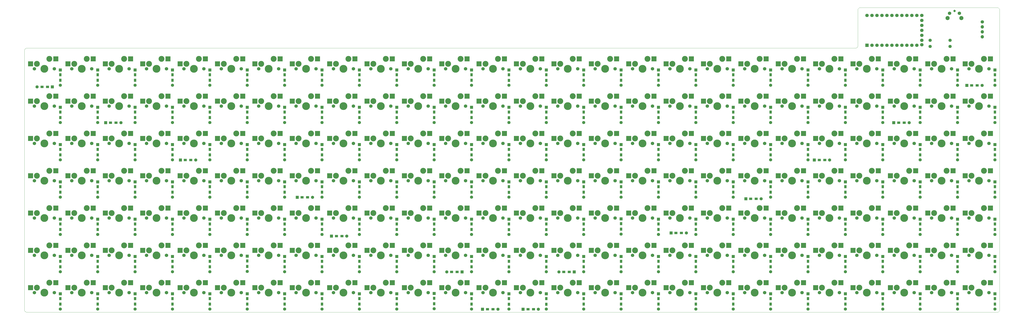
<source format=gbr>
%TF.GenerationSoftware,KiCad,Pcbnew,(6.0.5)*%
%TF.CreationDate,2022-08-07T16:14:43-07:00*%
%TF.ProjectId,Dreadnoughtus,44726561-646e-46f7-9567-687475732e6b,rev?*%
%TF.SameCoordinates,Original*%
%TF.FileFunction,Soldermask,Bot*%
%TF.FilePolarity,Negative*%
%FSLAX46Y46*%
G04 Gerber Fmt 4.6, Leading zero omitted, Abs format (unit mm)*
G04 Created by KiCad (PCBNEW (6.0.5)) date 2022-08-07 16:14:43*
%MOMM*%
%LPD*%
G01*
G04 APERTURE LIST*
%TA.AperFunction,Profile*%
%ADD10C,0.100000*%
%TD*%
%ADD11C,3.000000*%
%ADD12C,1.750000*%
%ADD13C,3.987800*%
%ADD14R,2.550000X2.500000*%
%ADD15R,1.600000X1.600000*%
%ADD16R,1.200000X1.600000*%
%ADD17C,1.600000*%
%ADD18R,1.600000X1.200000*%
%ADD19C,1.651000*%
%ADD20R,1.752600X1.752600*%
%ADD21C,1.752600*%
%ADD22C,1.700000*%
%ADD23O,1.700000X1.700000*%
%ADD24C,2.100000*%
%ADD25C,1.200000*%
G04 APERTURE END LIST*
D10*
X519659124Y-18646947D02*
X519659124Y-172634447D01*
X518865374Y-173428197D01*
X23565374Y-173428197D01*
X22771624Y-172634447D01*
X22771624Y-39284447D01*
X23565374Y-38490697D01*
X446634124Y-38490697D01*
X447427874Y-37696947D01*
X447427874Y-18646947D01*
X448221624Y-17853197D01*
X518865374Y-17853197D01*
X519659124Y-18646947D01*
D11*
%TO.C,MX131*%
X143421624Y-141836947D03*
D12*
X142151624Y-144376947D03*
D11*
X149771624Y-139296947D03*
D13*
X147231624Y-144376947D03*
D12*
X152311624Y-144376947D03*
D14*
X140146624Y-141836947D03*
X153073624Y-139296947D03*
%TD*%
D13*
%TO.C,MX53*%
X394881624Y-125326947D03*
D11*
X397421624Y-120246947D03*
X391071624Y-122786947D03*
D12*
X389801624Y-125326947D03*
X399961624Y-125326947D03*
D14*
X387796624Y-122786947D03*
X400723624Y-120246947D03*
%TD*%
D13*
%TO.C,MX92*%
X280566318Y-68191098D03*
D11*
X276756318Y-65651098D03*
X283106318Y-63111098D03*
D12*
X285646318Y-68191098D03*
X275486318Y-68191098D03*
D14*
X273481318Y-65651098D03*
X286408318Y-63111098D03*
%TD*%
D15*
%TO.C,D80*%
X326777874Y-106821947D03*
D16*
X326777874Y-109321947D03*
X326777874Y-112121947D03*
D17*
X326777874Y-114621947D03*
%TD*%
D11*
%TO.C,MX130*%
X143421624Y-122786947D03*
X149771624Y-120246947D03*
D12*
X152311624Y-125326947D03*
X142151624Y-125326947D03*
D13*
X147231624Y-125326947D03*
D14*
X140146624Y-122786947D03*
X153073624Y-120246947D03*
%TD*%
D16*
%TO.C,D102*%
X231527874Y-128371947D03*
D15*
X231527874Y-125871947D03*
D17*
X231527874Y-133671947D03*
D16*
X231527874Y-131171947D03*
%TD*%
D12*
%TO.C,MX129*%
X152311624Y-106276947D03*
D11*
X149771624Y-101196947D03*
D12*
X142151624Y-106276947D03*
D13*
X147231624Y-106276947D03*
D11*
X143421624Y-103736947D03*
D14*
X140146624Y-103736947D03*
X153073624Y-101196947D03*
%TD*%
D11*
%TO.C,MX155*%
X73571624Y-63096947D03*
D12*
X65951624Y-68176947D03*
D11*
X67221624Y-65636947D03*
D13*
X71031624Y-68176947D03*
D12*
X76111624Y-68176947D03*
D14*
X63946624Y-65636947D03*
X76873624Y-63096947D03*
%TD*%
D12*
%TO.C,MX1*%
X495211624Y-68176947D03*
D11*
X486321624Y-65636947D03*
D12*
X485051624Y-68176947D03*
D11*
X492671624Y-63096947D03*
D13*
X490131624Y-68176947D03*
D14*
X483046624Y-65636947D03*
X495973624Y-63096947D03*
%TD*%
D15*
%TO.C,D178*%
X60077874Y-106821947D03*
D16*
X60077874Y-109321947D03*
X60077874Y-112121947D03*
D17*
X60077874Y-114621947D03*
%TD*%
D15*
%TO.C,D177*%
X60077874Y-87771947D03*
D16*
X60077874Y-90271947D03*
X60077874Y-93071947D03*
D17*
X60077874Y-95571947D03*
%TD*%
D15*
%TO.C,D140*%
X117227874Y-49671947D03*
D16*
X117227874Y-52171947D03*
D17*
X117227874Y-57471947D03*
D16*
X117227874Y-54971947D03*
%TD*%
D15*
%TO.C,D137*%
X174377874Y-125871947D03*
D16*
X174377874Y-128371947D03*
D17*
X174377874Y-133671947D03*
D16*
X174377874Y-131171947D03*
%TD*%
D12*
%TO.C,MX181*%
X46901624Y-163426947D03*
D11*
X48171624Y-160886947D03*
D13*
X51981624Y-163426947D03*
D11*
X54521624Y-158346947D03*
D12*
X57061624Y-163426947D03*
D14*
X44896624Y-160886947D03*
X57823624Y-158346947D03*
%TD*%
D11*
%TO.C,MX124*%
X200571624Y-141836947D03*
X206921624Y-139296947D03*
D13*
X204381624Y-144376947D03*
D12*
X199301624Y-144376947D03*
X209461624Y-144376947D03*
D14*
X197296624Y-141836947D03*
X210223624Y-139296947D03*
%TD*%
D15*
%TO.C,D212*%
X102215374Y-95640697D03*
D18*
X104715374Y-95640697D03*
D17*
X110015374Y-95640697D03*
D18*
X107515374Y-95640697D03*
%TD*%
D15*
%TO.C,D62*%
X345827874Y-163971947D03*
D16*
X345827874Y-166471947D03*
X345827874Y-169271947D03*
D17*
X345827874Y-171771947D03*
%TD*%
D16*
%TO.C,D131*%
X155327874Y-147421947D03*
D15*
X155327874Y-144921947D03*
D17*
X155327874Y-152721947D03*
D16*
X155327874Y-150221947D03*
%TD*%
D12*
%TO.C,MX18*%
X457111624Y-125326947D03*
D11*
X454571624Y-120246947D03*
X448221624Y-122786947D03*
D13*
X452031624Y-125326947D03*
D12*
X446951624Y-125326947D03*
D14*
X444946624Y-122786947D03*
X457873624Y-120246947D03*
%TD*%
D13*
%TO.C,MX178*%
X51981624Y-106276947D03*
D11*
X48171624Y-103736947D03*
D12*
X46901624Y-106276947D03*
X57061624Y-106276947D03*
D11*
X54521624Y-101196947D03*
D14*
X44896624Y-103736947D03*
X57823624Y-101196947D03*
%TD*%
D11*
%TO.C,MX134*%
X168821624Y-63096947D03*
D12*
X161201624Y-68176947D03*
D11*
X162471624Y-65636947D03*
D12*
X171361624Y-68176947D03*
D13*
X166281624Y-68176947D03*
D14*
X159196624Y-65636947D03*
X172123624Y-63096947D03*
%TD*%
D13*
%TO.C,MX109*%
X242481624Y-125326947D03*
D11*
X238671624Y-122786947D03*
X245021624Y-120246947D03*
D12*
X247561624Y-125326947D03*
X237401624Y-125326947D03*
D14*
X235396624Y-122786947D03*
X248323624Y-120246947D03*
%TD*%
D15*
%TO.C,D153*%
X136277874Y-163971947D03*
D16*
X136277874Y-166471947D03*
X136277874Y-169271947D03*
D17*
X136277874Y-171771947D03*
%TD*%
D16*
%TO.C,D54*%
X402977874Y-147421947D03*
D15*
X402977874Y-144921947D03*
D17*
X402977874Y-152721947D03*
D16*
X402977874Y-150221947D03*
%TD*%
%TO.C,D129*%
X155327874Y-109321947D03*
D15*
X155327874Y-106821947D03*
D17*
X155327874Y-114621947D03*
D16*
X155327874Y-112121947D03*
%TD*%
D15*
%TO.C,D2*%
X498227874Y-87771947D03*
D16*
X498227874Y-90271947D03*
D17*
X498227874Y-95571947D03*
D16*
X498227874Y-93071947D03*
%TD*%
D15*
%TO.C,D52*%
X402977874Y-106821947D03*
D16*
X402977874Y-109321947D03*
X402977874Y-112121947D03*
D17*
X402977874Y-114621947D03*
%TD*%
D12*
%TO.C,MX33*%
X419011624Y-144376947D03*
D11*
X410121624Y-141836947D03*
X416471624Y-139296947D03*
D13*
X413931624Y-144376947D03*
D12*
X408851624Y-144376947D03*
D14*
X406846624Y-141836947D03*
X419773624Y-139296947D03*
%TD*%
D16*
%TO.C,D4*%
X498227874Y-128371947D03*
D15*
X498227874Y-125871947D03*
D16*
X498227874Y-131171947D03*
D17*
X498227874Y-133671947D03*
%TD*%
D16*
%TO.C,D90*%
X269612568Y-166486098D03*
D15*
X269612568Y-163986098D03*
D16*
X269612568Y-169286098D03*
D17*
X269612568Y-171786098D03*
%TD*%
D16*
%TO.C,D72*%
X307727874Y-90271947D03*
D15*
X307727874Y-87771947D03*
D16*
X307727874Y-93071947D03*
D17*
X307727874Y-95571947D03*
%TD*%
D15*
%TO.C,D139*%
X174377874Y-163971947D03*
D16*
X174377874Y-166471947D03*
X174377874Y-169271947D03*
D17*
X174377874Y-171771947D03*
%TD*%
D15*
%TO.C,D24*%
X479177874Y-106821947D03*
D16*
X479177874Y-109321947D03*
D17*
X479177874Y-114621947D03*
D16*
X479177874Y-112121947D03*
%TD*%
D11*
%TO.C,MX7*%
X505371624Y-46586947D03*
D13*
X509181624Y-49126947D03*
D12*
X514261624Y-49126947D03*
X504101624Y-49126947D03*
D11*
X511721624Y-44046947D03*
D14*
X502096624Y-46586947D03*
X515023624Y-44046947D03*
%TD*%
D12*
%TO.C,MX81*%
X313601624Y-125326947D03*
D11*
X321221624Y-120246947D03*
D12*
X323761624Y-125326947D03*
D13*
X318681624Y-125326947D03*
D11*
X314871624Y-122786947D03*
D14*
X311596624Y-122786947D03*
X324523624Y-120246947D03*
%TD*%
D16*
%TO.C,D157*%
X79127874Y-109321947D03*
D15*
X79127874Y-106821947D03*
D16*
X79127874Y-112121947D03*
D17*
X79127874Y-114621947D03*
%TD*%
D16*
%TO.C,D22*%
X479177874Y-71221947D03*
D15*
X479177874Y-68721947D03*
D16*
X479177874Y-74021947D03*
D17*
X479177874Y-76521947D03*
%TD*%
D12*
%TO.C,MX105*%
X237401624Y-49126947D03*
D11*
X245021624Y-44046947D03*
D12*
X247561624Y-49126947D03*
D13*
X242481624Y-49126947D03*
D11*
X238671624Y-46586947D03*
D14*
X235396624Y-46586947D03*
X248323624Y-44046947D03*
%TD*%
D19*
%TO.C,R0*%
X494461318Y-37696947D03*
X484301318Y-37696947D03*
%TD*%
D11*
%TO.C,MX48*%
X378371624Y-158346947D03*
D12*
X380911624Y-163426947D03*
D11*
X372021624Y-160886947D03*
D13*
X375831624Y-163426947D03*
D12*
X370751624Y-163426947D03*
D14*
X368746624Y-160886947D03*
X381673624Y-158346947D03*
%TD*%
D15*
%TO.C,D1*%
X498227874Y-68721947D03*
D16*
X498227874Y-71221947D03*
X498227874Y-74021947D03*
D17*
X498227874Y-76521947D03*
%TD*%
D12*
%TO.C,MX32*%
X408851624Y-125326947D03*
D11*
X416471624Y-120246947D03*
D13*
X413931624Y-125326947D03*
D11*
X410121624Y-122786947D03*
D12*
X419011624Y-125326947D03*
D14*
X406846624Y-122786947D03*
X419773624Y-120246947D03*
%TD*%
D12*
%TO.C,MX150*%
X133261624Y-106276947D03*
D11*
X124371624Y-103736947D03*
D12*
X123101624Y-106276947D03*
D11*
X130721624Y-101196947D03*
D13*
X128181624Y-106276947D03*
D14*
X121096624Y-103736947D03*
X134023624Y-101196947D03*
%TD*%
D15*
%TO.C,D95*%
X288662568Y-125886098D03*
D16*
X288662568Y-128386098D03*
D17*
X288662568Y-133686098D03*
D16*
X288662568Y-131186098D03*
%TD*%
D13*
%TO.C,MX91*%
X280566318Y-49141098D03*
D11*
X276756318Y-46601098D03*
D12*
X275486318Y-49141098D03*
X285646318Y-49141098D03*
D11*
X283106318Y-44061098D03*
D14*
X273481318Y-46601098D03*
X286408318Y-44061098D03*
%TD*%
D12*
%TO.C,MX161*%
X85001624Y-49126947D03*
D11*
X92621624Y-44046947D03*
X86271624Y-46586947D03*
D12*
X95161624Y-49126947D03*
D13*
X90081624Y-49126947D03*
D14*
X82996624Y-46586947D03*
X95923624Y-44046947D03*
%TD*%
D11*
%TO.C,MX37*%
X429171624Y-84686947D03*
D12*
X427901624Y-87226947D03*
X438061624Y-87226947D03*
D13*
X432981624Y-87226947D03*
D11*
X435521624Y-82146947D03*
D14*
X425896624Y-84686947D03*
X438823624Y-82146947D03*
%TD*%
D13*
%TO.C,MX117*%
X185331624Y-144376947D03*
D11*
X181521624Y-141836947D03*
X187871624Y-139296947D03*
D12*
X180251624Y-144376947D03*
X190411624Y-144376947D03*
D14*
X178246624Y-141836947D03*
X191173624Y-139296947D03*
%TD*%
D11*
%TO.C,MX5*%
X486321624Y-141836947D03*
D13*
X490131624Y-144376947D03*
D12*
X495211624Y-144376947D03*
X485051624Y-144376947D03*
D11*
X492671624Y-139296947D03*
D14*
X483046624Y-141836947D03*
X495973624Y-139296947D03*
%TD*%
D12*
%TO.C,MX50*%
X389801624Y-68176947D03*
X399961624Y-68176947D03*
D11*
X391071624Y-65636947D03*
X397421624Y-63096947D03*
D13*
X394881624Y-68176947D03*
D14*
X387796624Y-65636947D03*
X400723624Y-63096947D03*
%TD*%
D11*
%TO.C,MX140*%
X105321624Y-46586947D03*
D13*
X109131624Y-49126947D03*
D12*
X114211624Y-49126947D03*
X104051624Y-49126947D03*
D11*
X111671624Y-44046947D03*
D14*
X102046624Y-46586947D03*
X114973624Y-44046947D03*
%TD*%
D15*
%TO.C,D147*%
X136277874Y-49671947D03*
D16*
X136277874Y-52171947D03*
X136277874Y-54971947D03*
D17*
X136277874Y-57471947D03*
%TD*%
D13*
%TO.C,MX144*%
X109131624Y-125326947D03*
D11*
X105321624Y-122786947D03*
X111671624Y-120246947D03*
D12*
X114211624Y-125326947D03*
X104051624Y-125326947D03*
D14*
X102046624Y-122786947D03*
X114973624Y-120246947D03*
%TD*%
D11*
%TO.C,MX71*%
X302171624Y-63096947D03*
D13*
X299631624Y-68176947D03*
D12*
X294551624Y-68176947D03*
X304711624Y-68176947D03*
D11*
X295821624Y-65636947D03*
D14*
X292546624Y-65636947D03*
X305473624Y-63096947D03*
%TD*%
D13*
%TO.C,MX47*%
X375831624Y-144376947D03*
D11*
X372021624Y-141836947D03*
D12*
X370751624Y-144376947D03*
D11*
X378371624Y-139296947D03*
D12*
X380911624Y-144376947D03*
D14*
X368746624Y-141836947D03*
X381673624Y-139296947D03*
%TD*%
D15*
%TO.C,D64*%
X364877874Y-68721947D03*
D16*
X364877874Y-71221947D03*
X364877874Y-74021947D03*
D17*
X364877874Y-76521947D03*
%TD*%
D16*
%TO.C,D70*%
X307727874Y-52171947D03*
D15*
X307727874Y-49671947D03*
D17*
X307727874Y-57471947D03*
D16*
X307727874Y-54971947D03*
%TD*%
D15*
%TO.C,D181*%
X60077874Y-163971947D03*
D16*
X60077874Y-166471947D03*
X60077874Y-169271947D03*
D17*
X60077874Y-171771947D03*
%TD*%
D12*
%TO.C,MX65*%
X361861624Y-87226947D03*
D11*
X359321624Y-82146947D03*
D12*
X351701624Y-87226947D03*
D11*
X352971624Y-84686947D03*
D13*
X356781624Y-87226947D03*
D14*
X349696624Y-84686947D03*
X362623624Y-82146947D03*
%TD*%
D11*
%TO.C,MX86*%
X257706318Y-84701098D03*
D12*
X266596318Y-87241098D03*
D11*
X264056318Y-82161098D03*
D13*
X261516318Y-87241098D03*
D12*
X256436318Y-87241098D03*
D14*
X254431318Y-84701098D03*
X267358318Y-82161098D03*
%TD*%
D13*
%TO.C,MX112*%
X185331624Y-49126947D03*
D12*
X180251624Y-49126947D03*
D11*
X187871624Y-44046947D03*
X181521624Y-46586947D03*
D12*
X190411624Y-49126947D03*
D14*
X178246624Y-46586947D03*
X191173624Y-44046947D03*
%TD*%
D11*
%TO.C,MX12*%
X511721624Y-139296947D03*
D12*
X514261624Y-144376947D03*
D11*
X505371624Y-141836947D03*
D12*
X504101624Y-144376947D03*
D13*
X509181624Y-144376947D03*
D14*
X502096624Y-141836947D03*
X515023624Y-139296947D03*
%TD*%
D15*
%TO.C,D47*%
X383927874Y-144921947D03*
D16*
X383927874Y-147421947D03*
X383927874Y-150221947D03*
D17*
X383927874Y-152721947D03*
%TD*%
D16*
%TO.C,D49*%
X402977874Y-52171947D03*
D15*
X402977874Y-49671947D03*
D17*
X402977874Y-57471947D03*
D16*
X402977874Y-54971947D03*
%TD*%
D15*
%TO.C,D63*%
X364877874Y-49671947D03*
D16*
X364877874Y-52171947D03*
X364877874Y-54971947D03*
D17*
X364877874Y-57471947D03*
%TD*%
D16*
%TO.C,D40*%
X441077874Y-147421947D03*
D15*
X441077874Y-144921947D03*
D16*
X441077874Y-150221947D03*
D17*
X441077874Y-152721947D03*
%TD*%
D12*
%TO.C,MX30*%
X419011624Y-87226947D03*
D11*
X410121624Y-84686947D03*
D13*
X413931624Y-87226947D03*
D11*
X416471624Y-82146947D03*
D12*
X408851624Y-87226947D03*
D14*
X406846624Y-84686947D03*
X419773624Y-82146947D03*
%TD*%
D13*
%TO.C,MX25*%
X471081624Y-125326947D03*
D11*
X467271624Y-122786947D03*
D12*
X466001624Y-125326947D03*
X476161624Y-125326947D03*
D11*
X473621624Y-120246947D03*
D14*
X463996624Y-122786947D03*
X476923624Y-120246947D03*
%TD*%
D15*
%TO.C,D132*%
X155327874Y-163971947D03*
D16*
X155327874Y-166471947D03*
X155327874Y-169271947D03*
D17*
X155327874Y-171771947D03*
%TD*%
D16*
%TO.C,D115*%
X193427874Y-109321947D03*
D15*
X193427874Y-106821947D03*
D16*
X193427874Y-112121947D03*
D17*
X193427874Y-114621947D03*
%TD*%
D16*
%TO.C,D16*%
X460127874Y-90271947D03*
D15*
X460127874Y-87771947D03*
D17*
X460127874Y-95571947D03*
D16*
X460127874Y-93071947D03*
%TD*%
D15*
%TO.C,D3*%
X498227874Y-106821947D03*
D16*
X498227874Y-109321947D03*
X498227874Y-112121947D03*
D17*
X498227874Y-114621947D03*
%TD*%
D12*
%TO.C,MX35*%
X438061624Y-49126947D03*
D11*
X435521624Y-44046947D03*
D12*
X427901624Y-49126947D03*
D11*
X429171624Y-46586947D03*
D13*
X432981624Y-49126947D03*
D14*
X425896624Y-46586947D03*
X438823624Y-44046947D03*
%TD*%
D12*
%TO.C,MX149*%
X123101624Y-87226947D03*
D11*
X124371624Y-84686947D03*
D12*
X133261624Y-87226947D03*
D13*
X128181624Y-87226947D03*
D11*
X130721624Y-82146947D03*
D14*
X121096624Y-84686947D03*
X134023624Y-82146947D03*
%TD*%
D11*
%TO.C,MX108*%
X245021624Y-101196947D03*
D12*
X247561624Y-106276947D03*
D11*
X238671624Y-103736947D03*
D12*
X237401624Y-106276947D03*
D13*
X242481624Y-106276947D03*
D14*
X235396624Y-103736947D03*
X248323624Y-101196947D03*
%TD*%
D15*
%TO.C,D55*%
X402977874Y-163971947D03*
D16*
X402977874Y-166471947D03*
D17*
X402977874Y-171771947D03*
D16*
X402977874Y-169271947D03*
%TD*%
%TO.C,D5*%
X498227874Y-147421947D03*
D15*
X498227874Y-144921947D03*
D17*
X498227874Y-152721947D03*
D16*
X498227874Y-150221947D03*
%TD*%
D12*
%TO.C,MX158*%
X76111624Y-125326947D03*
D11*
X73571624Y-120246947D03*
D13*
X71031624Y-125326947D03*
D11*
X67221624Y-122786947D03*
D12*
X65951624Y-125326947D03*
D14*
X63946624Y-122786947D03*
X76873624Y-120246947D03*
%TD*%
D18*
%TO.C,D214*%
X34490374Y-58334447D03*
D15*
X36990374Y-58334447D03*
D17*
X29190374Y-58334447D03*
D18*
X31690374Y-58334447D03*
%TD*%
D11*
%TO.C,MX13*%
X511721624Y-158346947D03*
X505371624Y-160886947D03*
D12*
X514261624Y-163426947D03*
D13*
X509181624Y-163426947D03*
D12*
X504101624Y-163426947D03*
D14*
X502096624Y-160886947D03*
X515023624Y-158346947D03*
%TD*%
D16*
%TO.C,D31*%
X422027874Y-109321947D03*
D15*
X422027874Y-106821947D03*
D16*
X422027874Y-112121947D03*
D17*
X422027874Y-114621947D03*
%TD*%
D15*
%TO.C,D92*%
X288662568Y-68736098D03*
D16*
X288662568Y-71236098D03*
D17*
X288662568Y-76536098D03*
D16*
X288662568Y-74036098D03*
%TD*%
D13*
%TO.C,MX154*%
X71031624Y-49126947D03*
D12*
X65951624Y-49126947D03*
X76111624Y-49126947D03*
D11*
X67221624Y-46586947D03*
X73571624Y-44046947D03*
D14*
X63946624Y-46586947D03*
X76873624Y-44046947D03*
%TD*%
D15*
%TO.C,D36*%
X441077874Y-68721947D03*
D16*
X441077874Y-71221947D03*
D17*
X441077874Y-76521947D03*
D16*
X441077874Y-74021947D03*
%TD*%
D15*
%TO.C,D84*%
X269612568Y-49686098D03*
D16*
X269612568Y-52186098D03*
D17*
X269612568Y-57486098D03*
D16*
X269612568Y-54986098D03*
%TD*%
%TO.C,D67*%
X364877874Y-128371947D03*
D15*
X364877874Y-125871947D03*
D17*
X364877874Y-133671947D03*
D16*
X364877874Y-131171947D03*
%TD*%
D11*
%TO.C,MX63*%
X359321624Y-44046947D03*
D13*
X356781624Y-49126947D03*
D11*
X352971624Y-46586947D03*
D12*
X361861624Y-49126947D03*
X351701624Y-49126947D03*
D14*
X349696624Y-46586947D03*
X362623624Y-44046947D03*
%TD*%
D15*
%TO.C,D78*%
X326777874Y-68721947D03*
D16*
X326777874Y-71221947D03*
X326777874Y-74021947D03*
D17*
X326777874Y-76521947D03*
%TD*%
D16*
%TO.C,D27*%
X479177874Y-166471947D03*
D15*
X479177874Y-163971947D03*
D17*
X479177874Y-171771947D03*
D16*
X479177874Y-169271947D03*
%TD*%
%TO.C,D106*%
X250577874Y-71221947D03*
D15*
X250577874Y-68721947D03*
D16*
X250577874Y-74021947D03*
D17*
X250577874Y-76521947D03*
%TD*%
D12*
%TO.C,MX122*%
X209461624Y-106276947D03*
X199301624Y-106276947D03*
D13*
X204381624Y-106276947D03*
D11*
X206921624Y-101196947D03*
X200571624Y-103736947D03*
D14*
X197296624Y-103736947D03*
X210223624Y-101196947D03*
%TD*%
D15*
%TO.C,D165*%
X98177874Y-125871947D03*
D16*
X98177874Y-128371947D03*
X98177874Y-131171947D03*
D17*
X98177874Y-133671947D03*
%TD*%
D15*
%TO.C,D89*%
X269612568Y-144936098D03*
D16*
X269612568Y-147436098D03*
X269612568Y-150236098D03*
D17*
X269612568Y-152736098D03*
%TD*%
D12*
%TO.C,MX113*%
X180251624Y-68176947D03*
X190411624Y-68176947D03*
D11*
X187871624Y-63096947D03*
X181521624Y-65636947D03*
D13*
X185331624Y-68176947D03*
D14*
X178246624Y-65636947D03*
X191173624Y-63096947D03*
%TD*%
D13*
%TO.C,MX101*%
X223431624Y-106276947D03*
D12*
X218351624Y-106276947D03*
D11*
X219621624Y-103736947D03*
X225971624Y-101196947D03*
D12*
X228511624Y-106276947D03*
D14*
X216346624Y-103736947D03*
X229273624Y-101196947D03*
%TD*%
D15*
%TO.C,D96*%
X288662568Y-144936098D03*
D16*
X288662568Y-147436098D03*
X288662568Y-150236098D03*
D17*
X288662568Y-152736098D03*
%TD*%
D16*
%TO.C,D0*%
X498227874Y-52171947D03*
D15*
X498227874Y-49671947D03*
D16*
X498227874Y-54971947D03*
D17*
X498227874Y-57471947D03*
%TD*%
D15*
%TO.C,D108*%
X250577874Y-106821947D03*
D16*
X250577874Y-109321947D03*
D17*
X250577874Y-114621947D03*
D16*
X250577874Y-112121947D03*
%TD*%
D12*
%TO.C,MX40*%
X438061624Y-144376947D03*
D11*
X429171624Y-141836947D03*
X435521624Y-139296947D03*
D13*
X432981624Y-144376947D03*
D12*
X427901624Y-144376947D03*
D14*
X425896624Y-141836947D03*
X438823624Y-139296947D03*
%TD*%
D15*
%TO.C,D83*%
X326777874Y-163971947D03*
D16*
X326777874Y-166471947D03*
X326777874Y-169271947D03*
D17*
X326777874Y-171771947D03*
%TD*%
D12*
%TO.C,MX165*%
X95161624Y-125326947D03*
D11*
X92621624Y-120246947D03*
D12*
X85001624Y-125326947D03*
D13*
X90081624Y-125326947D03*
D11*
X86271624Y-122786947D03*
D14*
X82996624Y-122786947D03*
X95923624Y-120246947D03*
%TD*%
D12*
%TO.C,MX46*%
X370751624Y-125326947D03*
D13*
X375831624Y-125326947D03*
D11*
X372021624Y-122786947D03*
X378371624Y-120246947D03*
D12*
X380911624Y-125326947D03*
D14*
X368746624Y-122786947D03*
X381673624Y-120246947D03*
%TD*%
D12*
%TO.C,MX80*%
X323761624Y-106276947D03*
D11*
X321221624Y-101196947D03*
D13*
X318681624Y-106276947D03*
D11*
X314871624Y-103736947D03*
D12*
X313601624Y-106276947D03*
D14*
X311596624Y-103736947D03*
X324523624Y-101196947D03*
%TD*%
D12*
%TO.C,MX151*%
X123101624Y-125326947D03*
X133261624Y-125326947D03*
D11*
X130721624Y-120246947D03*
D13*
X128181624Y-125326947D03*
D11*
X124371624Y-122786947D03*
D14*
X121096624Y-122786947D03*
X134023624Y-120246947D03*
%TD*%
D11*
%TO.C,MX99*%
X225971624Y-63096947D03*
D13*
X223431624Y-68176947D03*
D12*
X218351624Y-68176947D03*
D11*
X219621624Y-65636947D03*
D12*
X228511624Y-68176947D03*
D14*
X216346624Y-65636947D03*
X229273624Y-63096947D03*
%TD*%
D16*
%TO.C,D28*%
X422027874Y-52171947D03*
D15*
X422027874Y-49671947D03*
D16*
X422027874Y-54971947D03*
D17*
X422027874Y-57471947D03*
%TD*%
D12*
%TO.C,MX164*%
X95161624Y-106276947D03*
D11*
X92621624Y-101196947D03*
D13*
X90081624Y-106276947D03*
D11*
X86271624Y-103736947D03*
D12*
X85001624Y-106276947D03*
D14*
X82996624Y-103736947D03*
X95923624Y-101196947D03*
%TD*%
D18*
%TO.C,D213*%
X66615374Y-76590697D03*
D15*
X64115374Y-76590697D03*
D17*
X71915374Y-76590697D03*
D18*
X69415374Y-76590697D03*
%TD*%
D16*
%TO.C,D104*%
X231527874Y-166284447D03*
D15*
X231527874Y-163784447D03*
D16*
X231527874Y-169084447D03*
D17*
X231527874Y-171584447D03*
%TD*%
D12*
%TO.C,MX14*%
X457111624Y-49126947D03*
X446951624Y-49126947D03*
D11*
X454571624Y-44046947D03*
D13*
X452031624Y-49126947D03*
D11*
X448221624Y-46586947D03*
D14*
X444946624Y-46586947D03*
X457873624Y-44046947D03*
%TD*%
D11*
%TO.C,MX44*%
X378371624Y-82146947D03*
D12*
X370751624Y-87226947D03*
D13*
X375831624Y-87226947D03*
D12*
X380911624Y-87226947D03*
D11*
X372021624Y-84686947D03*
D14*
X368746624Y-84686947D03*
X381673624Y-82146947D03*
%TD*%
D13*
%TO.C,MX74*%
X299631624Y-125326947D03*
D12*
X294551624Y-125326947D03*
D11*
X295821624Y-122786947D03*
X302171624Y-120246947D03*
D12*
X304711624Y-125326947D03*
D14*
X292546624Y-122786947D03*
X305473624Y-120246947D03*
%TD*%
D11*
%TO.C,MX23*%
X473621624Y-82146947D03*
D12*
X476161624Y-87226947D03*
X466001624Y-87226947D03*
D11*
X467271624Y-84686947D03*
D13*
X471081624Y-87226947D03*
D14*
X463996624Y-84686947D03*
X476923624Y-82146947D03*
%TD*%
D15*
%TO.C,D125*%
X212477874Y-163971947D03*
D16*
X212477874Y-166471947D03*
X212477874Y-169271947D03*
D17*
X212477874Y-171771947D03*
%TD*%
D11*
%TO.C,MX24*%
X473621624Y-101196947D03*
D12*
X466001624Y-106276947D03*
D11*
X467271624Y-103736947D03*
D12*
X476161624Y-106276947D03*
D13*
X471081624Y-106276947D03*
D14*
X463996624Y-103736947D03*
X476923624Y-101196947D03*
%TD*%
D15*
%TO.C,D121*%
X212477874Y-87771947D03*
D16*
X212477874Y-90271947D03*
D17*
X212477874Y-95571947D03*
D16*
X212477874Y-93071947D03*
%TD*%
D12*
%TO.C,MX4*%
X485051624Y-125326947D03*
X495211624Y-125326947D03*
D13*
X490131624Y-125326947D03*
D11*
X486321624Y-122786947D03*
X492671624Y-120246947D03*
D14*
X483046624Y-122786947D03*
X495973624Y-120246947D03*
%TD*%
D16*
%TO.C,D23*%
X479177874Y-90271947D03*
D15*
X479177874Y-87771947D03*
D17*
X479177874Y-95571947D03*
D16*
X479177874Y-93071947D03*
%TD*%
D13*
%TO.C,MX93*%
X280566318Y-87241098D03*
D11*
X276756318Y-84701098D03*
D12*
X285646318Y-87241098D03*
D11*
X283106318Y-82161098D03*
D12*
X275486318Y-87241098D03*
D14*
X273481318Y-84701098D03*
X286408318Y-82161098D03*
%TD*%
D13*
%TO.C,MX66*%
X356781624Y-106276947D03*
D12*
X351701624Y-106276947D03*
D11*
X352971624Y-103736947D03*
X359321624Y-101196947D03*
D12*
X361861624Y-106276947D03*
D14*
X349696624Y-103736947D03*
X362623624Y-101196947D03*
%TD*%
D20*
%TO.C,U1*%
X452113374Y-37061947D03*
D21*
X454653374Y-37061947D03*
X457193374Y-37061947D03*
X459733374Y-37061947D03*
X462273374Y-37061947D03*
X464813374Y-37061947D03*
X467353374Y-37061947D03*
X469893374Y-37061947D03*
X472433374Y-37061947D03*
X474973374Y-37061947D03*
X477513374Y-37061947D03*
X480053374Y-36833347D03*
X480053374Y-21821947D03*
X477513374Y-21821947D03*
X474973374Y-21821947D03*
X472433374Y-21821947D03*
X469893374Y-21821947D03*
X467353374Y-21821947D03*
X464813374Y-21821947D03*
X462273374Y-21821947D03*
X459733374Y-21821947D03*
X457193374Y-21821947D03*
X454653374Y-21821947D03*
X452113374Y-21821947D03*
X480053374Y-34521947D03*
X480053374Y-31981947D03*
X480053374Y-29441947D03*
X480053374Y-26901947D03*
X480053374Y-24361947D03*
%TD*%
D12*
%TO.C,MX87*%
X266596318Y-106291098D03*
D13*
X261516318Y-106291098D03*
D11*
X264056318Y-101211098D03*
D12*
X256436318Y-106291098D03*
D11*
X257706318Y-103751098D03*
D14*
X254431318Y-103751098D03*
X267358318Y-101211098D03*
%TD*%
D15*
%TO.C,D117*%
X193427874Y-144921947D03*
D16*
X193427874Y-147421947D03*
X193427874Y-150221947D03*
D17*
X193427874Y-152721947D03*
%TD*%
D12*
%TO.C,MX79*%
X313601624Y-87226947D03*
D11*
X314871624Y-84686947D03*
D12*
X323761624Y-87226947D03*
D11*
X321221624Y-82146947D03*
D13*
X318681624Y-87226947D03*
D14*
X311596624Y-84686947D03*
X324523624Y-82146947D03*
%TD*%
D15*
%TO.C,D8*%
X517277874Y-68721947D03*
D16*
X517277874Y-71221947D03*
D17*
X517277874Y-76521947D03*
D16*
X517277874Y-74021947D03*
%TD*%
%TO.C,D33*%
X422027874Y-147421947D03*
D15*
X422027874Y-144921947D03*
D16*
X422027874Y-150221947D03*
D17*
X422027874Y-152721947D03*
%TD*%
D15*
%TO.C,D35*%
X441077874Y-49671947D03*
D16*
X441077874Y-52171947D03*
X441077874Y-54971947D03*
D17*
X441077874Y-57471947D03*
%TD*%
D11*
%TO.C,MX15*%
X454571624Y-63096947D03*
D12*
X457111624Y-68176947D03*
X446951624Y-68176947D03*
D13*
X452031624Y-68176947D03*
D11*
X448221624Y-65636947D03*
D14*
X444946624Y-65636947D03*
X457873624Y-63096947D03*
%TD*%
D16*
%TO.C,D164*%
X98177874Y-109321947D03*
D15*
X98177874Y-106821947D03*
D17*
X98177874Y-114621947D03*
D16*
X98177874Y-112121947D03*
%TD*%
D11*
%TO.C,MX75*%
X295821624Y-141836947D03*
D13*
X299631624Y-144376947D03*
D11*
X302171624Y-139296947D03*
D12*
X294551624Y-144376947D03*
X304711624Y-144376947D03*
D14*
X292546624Y-141836947D03*
X305473624Y-139296947D03*
%TD*%
D13*
%TO.C,MX116*%
X185331624Y-125326947D03*
D12*
X180251624Y-125326947D03*
D11*
X181521624Y-122786947D03*
X187871624Y-120246947D03*
D12*
X190411624Y-125326947D03*
D14*
X178246624Y-122786947D03*
X191173624Y-120246947D03*
%TD*%
D11*
%TO.C,MX120*%
X206921624Y-63096947D03*
D12*
X199301624Y-68176947D03*
D13*
X204381624Y-68176947D03*
D12*
X209461624Y-68176947D03*
D11*
X200571624Y-65636947D03*
D14*
X197296624Y-65636947D03*
X210223624Y-63096947D03*
%TD*%
D13*
%TO.C,MX115*%
X185331624Y-106276947D03*
D12*
X180251624Y-106276947D03*
X190411624Y-106276947D03*
D11*
X181521624Y-103736947D03*
X187871624Y-101196947D03*
D14*
X178246624Y-103736947D03*
X191173624Y-101196947D03*
%TD*%
D15*
%TO.C,D19*%
X460127874Y-144921947D03*
D16*
X460127874Y-147421947D03*
X460127874Y-150221947D03*
D17*
X460127874Y-152721947D03*
%TD*%
D12*
%TO.C,MX3*%
X495211624Y-106276947D03*
D11*
X486321624Y-103736947D03*
D12*
X485051624Y-106276947D03*
D13*
X490131624Y-106276947D03*
D11*
X492671624Y-101196947D03*
D14*
X483046624Y-103736947D03*
X495973624Y-101196947D03*
%TD*%
D12*
%TO.C,MX90*%
X266596318Y-163441098D03*
D13*
X261516318Y-163441098D03*
D11*
X264056318Y-158361098D03*
X257706318Y-160901098D03*
D12*
X256436318Y-163441098D03*
D14*
X254431318Y-160901098D03*
X267358318Y-158361098D03*
%TD*%
D16*
%TO.C,D174*%
X41027874Y-166471947D03*
D15*
X41027874Y-163971947D03*
D17*
X41027874Y-171771947D03*
D16*
X41027874Y-169271947D03*
%TD*%
D15*
%TO.C,D202*%
X465752874Y-76590697D03*
D18*
X468252874Y-76590697D03*
D17*
X473552874Y-76590697D03*
D18*
X471052874Y-76590697D03*
%TD*%
D12*
%TO.C,MX153*%
X123101624Y-163426947D03*
D11*
X130721624Y-158346947D03*
D13*
X128181624Y-163426947D03*
D12*
X133261624Y-163426947D03*
D11*
X124371624Y-160886947D03*
D14*
X121096624Y-160886947D03*
X134023624Y-158346947D03*
%TD*%
D13*
%TO.C,MX159*%
X71031624Y-144376947D03*
D12*
X65951624Y-144376947D03*
D11*
X73571624Y-139296947D03*
D12*
X76111624Y-144376947D03*
D11*
X67221624Y-141836947D03*
D14*
X63946624Y-141836947D03*
X76873624Y-139296947D03*
%TD*%
D13*
%TO.C,MX167*%
X90081624Y-163426947D03*
D12*
X95161624Y-163426947D03*
D11*
X92621624Y-158346947D03*
X86271624Y-160886947D03*
D12*
X85001624Y-163426947D03*
D14*
X82996624Y-160886947D03*
X95923624Y-158346947D03*
%TD*%
D12*
%TO.C,MX51*%
X399961624Y-87226947D03*
D11*
X397421624Y-82146947D03*
D13*
X394881624Y-87226947D03*
D11*
X391071624Y-84686947D03*
D12*
X389801624Y-87226947D03*
D14*
X387796624Y-84686947D03*
X400723624Y-82146947D03*
%TD*%
D15*
%TO.C,D161*%
X98177874Y-49671947D03*
D16*
X98177874Y-52171947D03*
X98177874Y-54971947D03*
D17*
X98177874Y-57471947D03*
%TD*%
D15*
%TO.C,D38*%
X441077874Y-106821947D03*
D16*
X441077874Y-109321947D03*
X441077874Y-112121947D03*
D17*
X441077874Y-114621947D03*
%TD*%
D12*
%TO.C,MX162*%
X85001624Y-68176947D03*
X95161624Y-68176947D03*
D11*
X92621624Y-63096947D03*
D13*
X90081624Y-68176947D03*
D11*
X86271624Y-65636947D03*
D14*
X82996624Y-65636947D03*
X95923624Y-63096947D03*
%TD*%
D11*
%TO.C,MX54*%
X397421624Y-139296947D03*
D12*
X399961624Y-144376947D03*
X389801624Y-144376947D03*
D11*
X391071624Y-141836947D03*
D13*
X394881624Y-144376947D03*
D14*
X387796624Y-141836947D03*
X400723624Y-139296947D03*
%TD*%
D15*
%TO.C,D101*%
X231527874Y-106821947D03*
D16*
X231527874Y-109321947D03*
X231527874Y-112121947D03*
D17*
X231527874Y-114621947D03*
%TD*%
D16*
%TO.C,D65*%
X364877874Y-90271947D03*
D15*
X364877874Y-87771947D03*
D16*
X364877874Y-93071947D03*
D17*
X364877874Y-95571947D03*
%TD*%
D12*
%TO.C,MX20*%
X446951624Y-163426947D03*
D13*
X452031624Y-163426947D03*
D11*
X454571624Y-158346947D03*
D12*
X457111624Y-163426947D03*
D11*
X448221624Y-160886947D03*
D14*
X444946624Y-160886947D03*
X457873624Y-158346947D03*
%TD*%
D11*
%TO.C,MX21*%
X467271624Y-46586947D03*
D12*
X466001624Y-49126947D03*
D13*
X471081624Y-49126947D03*
D12*
X476161624Y-49126947D03*
D11*
X473621624Y-44046947D03*
D14*
X463996624Y-46586947D03*
X476923624Y-44046947D03*
%TD*%
D15*
%TO.C,D136*%
X174377874Y-106821947D03*
D16*
X174377874Y-109321947D03*
X174377874Y-112121947D03*
D17*
X174377874Y-114621947D03*
%TD*%
D11*
%TO.C,MX176*%
X54521624Y-63096947D03*
D13*
X51981624Y-68176947D03*
D12*
X57061624Y-68176947D03*
D11*
X48171624Y-65636947D03*
D12*
X46901624Y-68176947D03*
D14*
X44896624Y-65636947D03*
X57823624Y-63096947D03*
%TD*%
D16*
%TO.C,D122*%
X212477874Y-109321947D03*
D15*
X212477874Y-106821947D03*
D17*
X212477874Y-114621947D03*
D16*
X212477874Y-112121947D03*
%TD*%
D12*
%TO.C,MX11*%
X514261624Y-125326947D03*
D11*
X505371624Y-122786947D03*
D13*
X509181624Y-125326947D03*
D12*
X504101624Y-125326947D03*
D11*
X511721624Y-120246947D03*
D14*
X502096624Y-122786947D03*
X515023624Y-120246947D03*
%TD*%
D11*
%TO.C,MX141*%
X111671624Y-63096947D03*
D12*
X114211624Y-68176947D03*
X104051624Y-68176947D03*
D11*
X105321624Y-65636947D03*
D13*
X109131624Y-68176947D03*
D14*
X102046624Y-65636947D03*
X114973624Y-63096947D03*
%TD*%
D12*
%TO.C,MX49*%
X389801624Y-49126947D03*
D11*
X397421624Y-44046947D03*
D12*
X399961624Y-49126947D03*
D13*
X394881624Y-49126947D03*
D11*
X391071624Y-46586947D03*
D14*
X387796624Y-46586947D03*
X400723624Y-44046947D03*
%TD*%
D13*
%TO.C,MX142*%
X109131624Y-87226947D03*
D11*
X111671624Y-82146947D03*
X105321624Y-84686947D03*
D12*
X104051624Y-87226947D03*
X114211624Y-87226947D03*
D14*
X102046624Y-84686947D03*
X114973624Y-82146947D03*
%TD*%
D13*
%TO.C,MX6*%
X490131624Y-163426947D03*
D11*
X492671624Y-158346947D03*
X486321624Y-160886947D03*
D12*
X495211624Y-163426947D03*
X485051624Y-163426947D03*
D14*
X483046624Y-160886947D03*
X495973624Y-158346947D03*
%TD*%
D13*
%TO.C,MX59*%
X337731624Y-106276947D03*
D12*
X332651624Y-106276947D03*
D11*
X340271624Y-101196947D03*
D12*
X342811624Y-106276947D03*
D11*
X333921624Y-103736947D03*
D14*
X330646624Y-103736947D03*
X343573624Y-101196947D03*
%TD*%
D13*
%TO.C,MX36*%
X432981624Y-68176947D03*
D11*
X435521624Y-63096947D03*
D12*
X438061624Y-68176947D03*
X427901624Y-68176947D03*
D11*
X429171624Y-65636947D03*
D14*
X425896624Y-65636947D03*
X438823624Y-63096947D03*
%TD*%
D15*
%TO.C,D59*%
X345827874Y-106821947D03*
D16*
X345827874Y-109321947D03*
X345827874Y-112121947D03*
D17*
X345827874Y-114621947D03*
%TD*%
D15*
%TO.C,D172*%
X41027874Y-125871947D03*
D16*
X41027874Y-128371947D03*
D17*
X41027874Y-133671947D03*
D16*
X41027874Y-131171947D03*
%TD*%
D11*
%TO.C,MX95*%
X276756318Y-122801098D03*
D13*
X280566318Y-125341098D03*
D12*
X285646318Y-125341098D03*
D11*
X283106318Y-120261098D03*
D12*
X275486318Y-125341098D03*
D14*
X273481318Y-122801098D03*
X286408318Y-120261098D03*
%TD*%
D16*
%TO.C,D32*%
X422027874Y-128371947D03*
D15*
X422027874Y-125871947D03*
D16*
X422027874Y-131171947D03*
D17*
X422027874Y-133671947D03*
%TD*%
D15*
%TO.C,D155*%
X79127874Y-68721947D03*
D16*
X79127874Y-71221947D03*
X79127874Y-74021947D03*
D17*
X79127874Y-76521947D03*
%TD*%
D15*
%TO.C,D76*%
X307727874Y-163971947D03*
D16*
X307727874Y-166471947D03*
D17*
X307727874Y-171771947D03*
D16*
X307727874Y-169271947D03*
%TD*%
D11*
%TO.C,MX82*%
X314871624Y-141836947D03*
D13*
X318681624Y-144376947D03*
D11*
X321221624Y-139296947D03*
D12*
X313601624Y-144376947D03*
X323761624Y-144376947D03*
D14*
X311596624Y-141836947D03*
X324523624Y-139296947D03*
%TD*%
D15*
%TO.C,D94*%
X288662568Y-106836098D03*
D16*
X288662568Y-109336098D03*
X288662568Y-112136098D03*
D17*
X288662568Y-114636098D03*
%TD*%
D16*
%TO.C,D168*%
X41027874Y-52171947D03*
D15*
X41027874Y-49671947D03*
D17*
X41027874Y-57471947D03*
D16*
X41027874Y-54971947D03*
%TD*%
%TO.C,D171*%
X41027874Y-109321947D03*
D15*
X41027874Y-106821947D03*
D17*
X41027874Y-114621947D03*
D16*
X41027874Y-112121947D03*
%TD*%
D12*
%TO.C,MX17*%
X457111624Y-106276947D03*
D13*
X452031624Y-106276947D03*
D12*
X446951624Y-106276947D03*
D11*
X448221624Y-103736947D03*
X454571624Y-101196947D03*
D14*
X444946624Y-103736947D03*
X457873624Y-101196947D03*
%TD*%
D16*
%TO.C,D93*%
X288662568Y-90286098D03*
D15*
X288662568Y-87786098D03*
D17*
X288662568Y-95586098D03*
D16*
X288662568Y-93086098D03*
%TD*%
%TO.C,D113*%
X193427874Y-71221947D03*
D15*
X193427874Y-68721947D03*
D17*
X193427874Y-76521947D03*
D16*
X193427874Y-74021947D03*
%TD*%
D12*
%TO.C,MX10*%
X514261624Y-106276947D03*
X504101624Y-106276947D03*
D11*
X505371624Y-103736947D03*
X511721624Y-101196947D03*
D13*
X509181624Y-106276947D03*
D14*
X502096624Y-103736947D03*
X515023624Y-101196947D03*
%TD*%
D12*
%TO.C,MX77*%
X323761624Y-49126947D03*
D11*
X321221624Y-44046947D03*
D13*
X318681624Y-49126947D03*
D12*
X313601624Y-49126947D03*
D11*
X314871624Y-46586947D03*
D14*
X311596624Y-46586947D03*
X324523624Y-44046947D03*
%TD*%
D15*
%TO.C,D130*%
X155327874Y-125871947D03*
D16*
X155327874Y-128371947D03*
X155327874Y-131171947D03*
D17*
X155327874Y-133671947D03*
%TD*%
D12*
%TO.C,MX55*%
X389801624Y-163426947D03*
D11*
X391071624Y-160886947D03*
D13*
X394881624Y-163426947D03*
D11*
X397421624Y-158346947D03*
D12*
X399961624Y-163426947D03*
D14*
X387796624Y-160886947D03*
X400723624Y-158346947D03*
%TD*%
D16*
%TO.C,D91*%
X288662568Y-52186098D03*
D15*
X288662568Y-49686098D03*
D16*
X288662568Y-54986098D03*
D17*
X288662568Y-57486098D03*
%TD*%
D11*
%TO.C,MX148*%
X124371624Y-65636947D03*
D12*
X133261624Y-68176947D03*
D13*
X128181624Y-68176947D03*
D12*
X123101624Y-68176947D03*
D11*
X130721624Y-63096947D03*
D14*
X121096624Y-65636947D03*
X134023624Y-63096947D03*
%TD*%
D11*
%TO.C,MX132*%
X143421624Y-160886947D03*
X149771624Y-158346947D03*
D13*
X147231624Y-163426947D03*
D12*
X152311624Y-163426947D03*
X142151624Y-163426947D03*
D14*
X140146624Y-160886947D03*
X153073624Y-158346947D03*
%TD*%
D12*
%TO.C,MX88*%
X256436318Y-125341098D03*
D11*
X264056318Y-120261098D03*
X257706318Y-122801098D03*
D12*
X266596318Y-125341098D03*
D13*
X261516318Y-125341098D03*
D14*
X254431318Y-122801098D03*
X267358318Y-120261098D03*
%TD*%
D16*
%TO.C,D111*%
X250577874Y-166471947D03*
D15*
X250577874Y-163971947D03*
D16*
X250577874Y-169271947D03*
D17*
X250577874Y-171771947D03*
%TD*%
D15*
%TO.C,D123*%
X212477874Y-125871947D03*
D16*
X212477874Y-128371947D03*
X212477874Y-131171947D03*
D17*
X212477874Y-133671947D03*
%TD*%
D13*
%TO.C,MX72*%
X299631624Y-87226947D03*
D11*
X295821624Y-84686947D03*
D12*
X294551624Y-87226947D03*
D11*
X302171624Y-82146947D03*
D12*
X304711624Y-87226947D03*
D14*
X292546624Y-84686947D03*
X305473624Y-82146947D03*
%TD*%
D15*
%TO.C,D179*%
X60077874Y-125871947D03*
D16*
X60077874Y-128371947D03*
X60077874Y-131171947D03*
D17*
X60077874Y-133671947D03*
%TD*%
D12*
%TO.C,MX127*%
X142151624Y-68176947D03*
D11*
X149771624Y-63096947D03*
D13*
X147231624Y-68176947D03*
D11*
X143421624Y-65636947D03*
D12*
X152311624Y-68176947D03*
D14*
X140146624Y-65636947D03*
X153073624Y-63096947D03*
%TD*%
D18*
%TO.C,D209*%
X243246624Y-152790697D03*
D15*
X245746624Y-152790697D03*
D17*
X237946624Y-152790697D03*
D18*
X240446624Y-152790697D03*
%TD*%
D13*
%TO.C,MX76*%
X299631624Y-163426947D03*
D12*
X294551624Y-163426947D03*
D11*
X295821624Y-160886947D03*
X302171624Y-158346947D03*
D12*
X304711624Y-163426947D03*
D14*
X292546624Y-160886947D03*
X305473624Y-158346947D03*
%TD*%
D16*
%TO.C,D112*%
X193427874Y-52171947D03*
D15*
X193427874Y-49671947D03*
D17*
X193427874Y-57471947D03*
D16*
X193427874Y-54971947D03*
%TD*%
D15*
%TO.C,D150*%
X136277874Y-106821947D03*
D16*
X136277874Y-109321947D03*
D17*
X136277874Y-114621947D03*
D16*
X136277874Y-112121947D03*
%TD*%
D15*
%TO.C,D15*%
X460127874Y-68721947D03*
D16*
X460127874Y-71221947D03*
D17*
X460127874Y-76521947D03*
D16*
X460127874Y-74021947D03*
%TD*%
D11*
%TO.C,MX170*%
X29121624Y-84686947D03*
D12*
X27851624Y-87226947D03*
D13*
X32931624Y-87226947D03*
D12*
X38011624Y-87226947D03*
D11*
X35471624Y-82146947D03*
D14*
X25846624Y-84686947D03*
X38773624Y-82146947D03*
%TD*%
D15*
%TO.C,D86*%
X269612568Y-87786098D03*
D16*
X269612568Y-90286098D03*
X269612568Y-93086098D03*
D17*
X269612568Y-95586098D03*
%TD*%
D11*
%TO.C,MX125*%
X206921624Y-158346947D03*
X200571624Y-160886947D03*
D12*
X199301624Y-163426947D03*
X209461624Y-163426947D03*
D13*
X204381624Y-163426947D03*
D14*
X197296624Y-160886947D03*
X210223624Y-158346947D03*
%TD*%
D15*
%TO.C,D201*%
X502940374Y-57540697D03*
D18*
X505440374Y-57540697D03*
D17*
X510740374Y-57540697D03*
D18*
X508240374Y-57540697D03*
%TD*%
D11*
%TO.C,MX52*%
X397421624Y-101196947D03*
D12*
X399961624Y-106276947D03*
D11*
X391071624Y-103736947D03*
D12*
X389801624Y-106276947D03*
D13*
X394881624Y-106276947D03*
D14*
X387796624Y-103736947D03*
X400723624Y-101196947D03*
%TD*%
D15*
%TO.C,D73*%
X307727874Y-106821947D03*
D16*
X307727874Y-109321947D03*
D17*
X307727874Y-114621947D03*
D16*
X307727874Y-112121947D03*
%TD*%
D12*
%TO.C,MX166*%
X95161624Y-144376947D03*
D13*
X90081624Y-144376947D03*
D11*
X92621624Y-139296947D03*
D12*
X85001624Y-144376947D03*
D11*
X86271624Y-141836947D03*
D14*
X82996624Y-141836947D03*
X95923624Y-139296947D03*
%TD*%
D11*
%TO.C,MX60*%
X340271624Y-120246947D03*
D13*
X337731624Y-125326947D03*
D12*
X332651624Y-125326947D03*
D11*
X333921624Y-122786947D03*
D12*
X342811624Y-125326947D03*
D14*
X330646624Y-122786947D03*
X343573624Y-120246947D03*
%TD*%
D11*
%TO.C,MX157*%
X67221624Y-103736947D03*
D12*
X76111624Y-106276947D03*
D13*
X71031624Y-106276947D03*
D12*
X65951624Y-106276947D03*
D11*
X73571624Y-101196947D03*
D14*
X63946624Y-103736947D03*
X76873624Y-101196947D03*
%TD*%
D12*
%TO.C,MX61*%
X332651624Y-144376947D03*
D11*
X340271624Y-139296947D03*
D12*
X342811624Y-144376947D03*
D11*
X333921624Y-141836947D03*
D13*
X337731624Y-144376947D03*
D14*
X330646624Y-141836947D03*
X343573624Y-139296947D03*
%TD*%
D16*
%TO.C,D75*%
X307727874Y-147421947D03*
D15*
X307727874Y-144921947D03*
D17*
X307727874Y-152721947D03*
D16*
X307727874Y-150221947D03*
%TD*%
D11*
%TO.C,MX121*%
X200571624Y-84686947D03*
D13*
X204381624Y-87226947D03*
D12*
X209461624Y-87226947D03*
X199301624Y-87226947D03*
D11*
X206921624Y-82146947D03*
D14*
X197296624Y-84686947D03*
X210223624Y-82146947D03*
%TD*%
D12*
%TO.C,MX152*%
X123101624Y-144376947D03*
D11*
X124371624Y-141836947D03*
X130721624Y-139296947D03*
D13*
X128181624Y-144376947D03*
D12*
X133261624Y-144376947D03*
D14*
X121096624Y-141836947D03*
X134023624Y-139296947D03*
%TD*%
D12*
%TO.C,MX62*%
X342811624Y-163426947D03*
D11*
X333921624Y-160886947D03*
D12*
X332651624Y-163426947D03*
D11*
X340271624Y-158346947D03*
D13*
X337731624Y-163426947D03*
D14*
X330646624Y-160886947D03*
X343573624Y-158346947D03*
%TD*%
D15*
%TO.C,D206*%
X302896624Y-152790697D03*
D18*
X300396624Y-152790697D03*
D17*
X295096624Y-152790697D03*
D18*
X297596624Y-152790697D03*
%TD*%
D16*
%TO.C,D133*%
X174377874Y-52171947D03*
D15*
X174377874Y-49671947D03*
D16*
X174377874Y-54971947D03*
D17*
X174377874Y-57471947D03*
%TD*%
D16*
%TO.C,D13*%
X517277874Y-166471947D03*
D15*
X517277874Y-163971947D03*
D16*
X517277874Y-169271947D03*
D17*
X517277874Y-171771947D03*
%TD*%
D12*
%TO.C,MX146*%
X104051624Y-163426947D03*
D13*
X109131624Y-163426947D03*
D11*
X111671624Y-158346947D03*
X105321624Y-160886947D03*
D12*
X114211624Y-163426947D03*
D14*
X102046624Y-160886947D03*
X114973624Y-158346947D03*
%TD*%
D13*
%TO.C,MX102*%
X223431624Y-125326947D03*
D11*
X219621624Y-122786947D03*
D12*
X218351624Y-125326947D03*
D11*
X225971624Y-120246947D03*
D12*
X228511624Y-125326947D03*
D14*
X216346624Y-122786947D03*
X229273624Y-120246947D03*
%TD*%
D16*
%TO.C,D126*%
X155327874Y-52171947D03*
D15*
X155327874Y-49671947D03*
D17*
X155327874Y-57471947D03*
D16*
X155327874Y-54971947D03*
%TD*%
D11*
%TO.C,MX41*%
X435521624Y-158346947D03*
D12*
X427901624Y-163426947D03*
D11*
X429171624Y-160886947D03*
D13*
X432981624Y-163426947D03*
D12*
X438061624Y-163426947D03*
D14*
X425896624Y-160886947D03*
X438823624Y-158346947D03*
%TD*%
D13*
%TO.C,MX133*%
X166281624Y-49126947D03*
D12*
X161201624Y-49126947D03*
D11*
X162471624Y-46586947D03*
X168821624Y-44046947D03*
D12*
X171361624Y-49126947D03*
D14*
X159196624Y-46586947D03*
X172123624Y-44046947D03*
%TD*%
D16*
%TO.C,D12*%
X517277874Y-147421947D03*
D15*
X517277874Y-144921947D03*
D17*
X517277874Y-152721947D03*
D16*
X517277874Y-150221947D03*
%TD*%
D13*
%TO.C,MX163*%
X90081624Y-87226947D03*
D12*
X95161624Y-87226947D03*
D11*
X86271624Y-84686947D03*
D12*
X85001624Y-87226947D03*
D11*
X92621624Y-82146947D03*
D14*
X82996624Y-84686947D03*
X95923624Y-82146947D03*
%TD*%
D16*
%TO.C,D105*%
X250577874Y-52171947D03*
D15*
X250577874Y-49671947D03*
D17*
X250577874Y-57471947D03*
D16*
X250577874Y-54971947D03*
%TD*%
D15*
%TO.C,D79*%
X326777874Y-87771947D03*
D16*
X326777874Y-90271947D03*
X326777874Y-93071947D03*
D17*
X326777874Y-95571947D03*
%TD*%
D15*
%TO.C,D148*%
X136277874Y-68721947D03*
D16*
X136277874Y-71221947D03*
X136277874Y-74021947D03*
D17*
X136277874Y-76521947D03*
%TD*%
D16*
%TO.C,D74*%
X307727874Y-128371947D03*
D15*
X307727874Y-125871947D03*
D16*
X307727874Y-131171947D03*
D17*
X307727874Y-133671947D03*
%TD*%
D16*
%TO.C,D166*%
X98177874Y-147421947D03*
D15*
X98177874Y-144921947D03*
D16*
X98177874Y-150221947D03*
D17*
X98177874Y-152721947D03*
%TD*%
D16*
%TO.C,D156*%
X79127874Y-90271947D03*
D15*
X79127874Y-87771947D03*
D16*
X79127874Y-93071947D03*
D17*
X79127874Y-95571947D03*
%TD*%
D11*
%TO.C,MX43*%
X378371624Y-63096947D03*
D13*
X375831624Y-68176947D03*
D12*
X380911624Y-68176947D03*
X370751624Y-68176947D03*
D11*
X372021624Y-65636947D03*
D14*
X368746624Y-65636947D03*
X381673624Y-63096947D03*
%TD*%
D15*
%TO.C,D149*%
X136277874Y-87771947D03*
D16*
X136277874Y-90271947D03*
D17*
X136277874Y-95571947D03*
D16*
X136277874Y-93071947D03*
%TD*%
D13*
%TO.C,MX171*%
X32931624Y-106276947D03*
D12*
X27851624Y-106276947D03*
D11*
X29121624Y-103736947D03*
D12*
X38011624Y-106276947D03*
D11*
X35471624Y-101196947D03*
D14*
X25846624Y-103736947D03*
X38773624Y-101196947D03*
%TD*%
D15*
%TO.C,D53*%
X402977874Y-125871947D03*
D16*
X402977874Y-128371947D03*
X402977874Y-131171947D03*
D17*
X402977874Y-133671947D03*
%TD*%
D15*
%TO.C,D30*%
X422027874Y-87771947D03*
D16*
X422027874Y-90271947D03*
X422027874Y-93071947D03*
D17*
X422027874Y-95571947D03*
%TD*%
D15*
%TO.C,D98*%
X231527874Y-49671947D03*
D16*
X231527874Y-52171947D03*
D17*
X231527874Y-57471947D03*
D16*
X231527874Y-54971947D03*
%TD*%
D15*
%TO.C,D39*%
X441077874Y-125871947D03*
D16*
X441077874Y-128371947D03*
X441077874Y-131171947D03*
D17*
X441077874Y-133671947D03*
%TD*%
D16*
%TO.C,D134*%
X174377874Y-71221947D03*
D15*
X174377874Y-68721947D03*
D16*
X174377874Y-74021947D03*
D17*
X174377874Y-76521947D03*
%TD*%
D11*
%TO.C,MX119*%
X206921624Y-44046947D03*
D12*
X199301624Y-49126947D03*
D13*
X204381624Y-49126947D03*
D11*
X200571624Y-46586947D03*
D12*
X209461624Y-49126947D03*
D14*
X197296624Y-46586947D03*
X210223624Y-44046947D03*
%TD*%
D16*
%TO.C,D176*%
X60077874Y-71221947D03*
D15*
X60077874Y-68721947D03*
D16*
X60077874Y-74021947D03*
D17*
X60077874Y-76521947D03*
%TD*%
D15*
%TO.C,D210*%
X179209124Y-134534447D03*
D18*
X181709124Y-134534447D03*
X184509124Y-134534447D03*
D17*
X187009124Y-134534447D03*
%TD*%
D11*
%TO.C,MX107*%
X238671624Y-84686947D03*
D12*
X247561624Y-87226947D03*
X237401624Y-87226947D03*
D11*
X245021624Y-82146947D03*
D13*
X242481624Y-87226947D03*
D14*
X235396624Y-84686947D03*
X248323624Y-82146947D03*
%TD*%
D11*
%TO.C,MX70*%
X302171624Y-44046947D03*
D12*
X294551624Y-49126947D03*
D11*
X295821624Y-46586947D03*
D12*
X304711624Y-49126947D03*
D13*
X299631624Y-49126947D03*
D14*
X292546624Y-46586947D03*
X305473624Y-44046947D03*
%TD*%
D11*
%TO.C,MX69*%
X352971624Y-160886947D03*
D13*
X356781624Y-163426947D03*
D12*
X351701624Y-163426947D03*
X361861624Y-163426947D03*
D11*
X359321624Y-158346947D03*
D14*
X349696624Y-160886947D03*
X362623624Y-158346947D03*
%TD*%
D13*
%TO.C,MX78*%
X318681624Y-68176947D03*
D12*
X323761624Y-68176947D03*
D11*
X321221624Y-63096947D03*
D12*
X313601624Y-68176947D03*
D11*
X314871624Y-65636947D03*
D14*
X311596624Y-65636947D03*
X324523624Y-63096947D03*
%TD*%
D15*
%TO.C,D158*%
X79127874Y-125871947D03*
D16*
X79127874Y-128371947D03*
X79127874Y-131171947D03*
D17*
X79127874Y-133671947D03*
%TD*%
D12*
%TO.C,MX173*%
X38011624Y-144376947D03*
D11*
X29121624Y-141836947D03*
D12*
X27851624Y-144376947D03*
D13*
X32931624Y-144376947D03*
D11*
X35471624Y-139296947D03*
D14*
X25846624Y-141836947D03*
X38773624Y-139296947D03*
%TD*%
D11*
%TO.C,MX145*%
X111671624Y-139296947D03*
X105321624Y-141836947D03*
D12*
X104051624Y-144376947D03*
X114211624Y-144376947D03*
D13*
X109131624Y-144376947D03*
D14*
X102046624Y-141836947D03*
X114973624Y-139296947D03*
%TD*%
D13*
%TO.C,MX100*%
X223431624Y-87226947D03*
D11*
X219621624Y-84686947D03*
D12*
X228511624Y-87226947D03*
D11*
X225971624Y-82146947D03*
D12*
X218351624Y-87226947D03*
D14*
X216346624Y-84686947D03*
X229273624Y-82146947D03*
%TD*%
D11*
%TO.C,MX28*%
X416471624Y-44046947D03*
D12*
X408851624Y-49126947D03*
D11*
X410121624Y-46586947D03*
D12*
X419011624Y-49126947D03*
D13*
X413931624Y-49126947D03*
D14*
X406846624Y-46586947D03*
X419773624Y-44046947D03*
%TD*%
D16*
%TO.C,D69*%
X364877874Y-166471947D03*
D15*
X364877874Y-163971947D03*
D17*
X364877874Y-171771947D03*
D16*
X364877874Y-169271947D03*
%TD*%
D13*
%TO.C,MX147*%
X128181624Y-49126947D03*
D11*
X124371624Y-46586947D03*
D12*
X123101624Y-49126947D03*
X133261624Y-49126947D03*
D11*
X130721624Y-44046947D03*
D14*
X121096624Y-46586947D03*
X134023624Y-44046947D03*
%TD*%
D11*
%TO.C,MX8*%
X511721624Y-63096947D03*
X505371624Y-65636947D03*
D12*
X514261624Y-68176947D03*
D13*
X509181624Y-68176947D03*
D12*
X504101624Y-68176947D03*
D14*
X502096624Y-65636947D03*
X515023624Y-63096947D03*
%TD*%
D15*
%TO.C,D99*%
X231527874Y-68721947D03*
D16*
X231527874Y-71221947D03*
X231527874Y-74021947D03*
D17*
X231527874Y-76521947D03*
%TD*%
D11*
%TO.C,MX34*%
X416471624Y-158346947D03*
D12*
X419011624Y-163426947D03*
D11*
X410121624Y-160886947D03*
D13*
X413931624Y-163426947D03*
D12*
X408851624Y-163426947D03*
D14*
X406846624Y-160886947D03*
X419773624Y-158346947D03*
%TD*%
D16*
%TO.C,D144*%
X117227874Y-128371947D03*
D15*
X117227874Y-125871947D03*
D16*
X117227874Y-131171947D03*
D17*
X117227874Y-133671947D03*
%TD*%
D12*
%TO.C,MX97*%
X285646318Y-163441098D03*
X275486318Y-163441098D03*
D11*
X276756318Y-160901098D03*
D13*
X280566318Y-163441098D03*
D11*
X283106318Y-158361098D03*
D14*
X273481318Y-160901098D03*
X286408318Y-158361098D03*
%TD*%
D16*
%TO.C,D109*%
X250577874Y-128371947D03*
D15*
X250577874Y-125871947D03*
D16*
X250577874Y-131171947D03*
D17*
X250577874Y-133671947D03*
%TD*%
D15*
%TO.C,D7*%
X517277874Y-49671947D03*
D16*
X517277874Y-52171947D03*
X517277874Y-54971947D03*
D17*
X517277874Y-57471947D03*
%TD*%
D15*
%TO.C,D14*%
X460127874Y-49671947D03*
D16*
X460127874Y-52171947D03*
D17*
X460127874Y-57471947D03*
D16*
X460127874Y-54971947D03*
%TD*%
%TO.C,D26*%
X479177874Y-147421947D03*
D15*
X479177874Y-144921947D03*
D17*
X479177874Y-152721947D03*
D16*
X479177874Y-150221947D03*
%TD*%
D12*
%TO.C,MX111*%
X237401624Y-163426947D03*
X247561624Y-163426947D03*
D11*
X245021624Y-158346947D03*
D13*
X242481624Y-163426947D03*
D11*
X238671624Y-160886947D03*
D14*
X235396624Y-160886947D03*
X248323624Y-158346947D03*
%TD*%
D15*
%TO.C,D71*%
X307727874Y-68721947D03*
D16*
X307727874Y-71221947D03*
X307727874Y-74021947D03*
D17*
X307727874Y-76521947D03*
%TD*%
D15*
%TO.C,D143*%
X117227874Y-106821947D03*
D16*
X117227874Y-109321947D03*
D17*
X117227874Y-114621947D03*
D16*
X117227874Y-112121947D03*
%TD*%
D11*
%TO.C,MX110*%
X238671624Y-141836947D03*
D12*
X247561624Y-144376947D03*
D13*
X242481624Y-144376947D03*
D11*
X245021624Y-139296947D03*
D12*
X237401624Y-144376947D03*
D14*
X235396624Y-141836947D03*
X248323624Y-139296947D03*
%TD*%
D11*
%TO.C,MX56*%
X333921624Y-46586947D03*
D12*
X332651624Y-49126947D03*
D11*
X340271624Y-44046947D03*
D12*
X342811624Y-49126947D03*
D13*
X337731624Y-49126947D03*
D14*
X330646624Y-46586947D03*
X343573624Y-44046947D03*
%TD*%
D16*
%TO.C,D118*%
X193427874Y-166471947D03*
D15*
X193427874Y-163971947D03*
D16*
X193427874Y-169271947D03*
D17*
X193427874Y-171771947D03*
%TD*%
D15*
%TO.C,D211*%
X161746624Y-114690697D03*
D18*
X164246624Y-114690697D03*
D17*
X169546624Y-114690697D03*
D18*
X167046624Y-114690697D03*
%TD*%
D11*
%TO.C,MX58*%
X340271624Y-82146947D03*
D13*
X337731624Y-87226947D03*
D12*
X332651624Y-87226947D03*
X342811624Y-87226947D03*
D11*
X333921624Y-84686947D03*
D14*
X330646624Y-84686947D03*
X343573624Y-82146947D03*
%TD*%
D16*
%TO.C,D45*%
X383927874Y-109321947D03*
D15*
X383927874Y-106821947D03*
D17*
X383927874Y-114621947D03*
D16*
X383927874Y-112121947D03*
%TD*%
%TO.C,D60*%
X345827874Y-128371947D03*
D15*
X345827874Y-125871947D03*
D17*
X345827874Y-133671947D03*
D16*
X345827874Y-131171947D03*
%TD*%
%TO.C,D120*%
X212477874Y-71221947D03*
D15*
X212477874Y-68721947D03*
D16*
X212477874Y-74021947D03*
D17*
X212477874Y-76521947D03*
%TD*%
D12*
%TO.C,MX180*%
X57061624Y-144376947D03*
D13*
X51981624Y-144376947D03*
D12*
X46901624Y-144376947D03*
D11*
X48171624Y-141836947D03*
X54521624Y-139296947D03*
D14*
X44896624Y-141836947D03*
X57823624Y-139296947D03*
%TD*%
D15*
%TO.C,D159*%
X79127874Y-144921947D03*
D16*
X79127874Y-147421947D03*
D17*
X79127874Y-152721947D03*
D16*
X79127874Y-150221947D03*
%TD*%
D15*
%TO.C,D10*%
X517277874Y-106821947D03*
D16*
X517277874Y-109321947D03*
X517277874Y-112121947D03*
D17*
X517277874Y-114621947D03*
%TD*%
D16*
%TO.C,D103*%
X231527874Y-147421947D03*
D15*
X231527874Y-144921947D03*
D17*
X231527874Y-152721947D03*
D16*
X231527874Y-150221947D03*
%TD*%
D11*
%TO.C,MX169*%
X29121624Y-65636947D03*
X35471624Y-63096947D03*
D12*
X38011624Y-68176947D03*
D13*
X32931624Y-68176947D03*
D12*
X27851624Y-68176947D03*
D14*
X25846624Y-65636947D03*
X38773624Y-63096947D03*
%TD*%
D15*
%TO.C,D116*%
X193427874Y-125871947D03*
D16*
X193427874Y-128371947D03*
D17*
X193427874Y-133671947D03*
D16*
X193427874Y-131171947D03*
%TD*%
%TO.C,D25*%
X479177874Y-128371947D03*
D15*
X479177874Y-125871947D03*
D16*
X479177874Y-131171947D03*
D17*
X479177874Y-133671947D03*
%TD*%
D11*
%TO.C,MX136*%
X168821624Y-101196947D03*
D13*
X166281624Y-106276947D03*
D12*
X161201624Y-106276947D03*
D11*
X162471624Y-103736947D03*
D12*
X171361624Y-106276947D03*
D14*
X159196624Y-103736947D03*
X172123624Y-101196947D03*
%TD*%
D16*
%TO.C,D145*%
X117227874Y-147421947D03*
D15*
X117227874Y-144921947D03*
D17*
X117227874Y-152721947D03*
D16*
X117227874Y-150221947D03*
%TD*%
D12*
%TO.C,MX2*%
X495211624Y-87226947D03*
D11*
X486321624Y-84686947D03*
D12*
X485051624Y-87226947D03*
D11*
X492671624Y-82146947D03*
D13*
X490131624Y-87226947D03*
D14*
X483046624Y-84686947D03*
X495973624Y-82146947D03*
%TD*%
D11*
%TO.C,MX156*%
X73571624Y-82146947D03*
D12*
X76111624Y-87226947D03*
X65951624Y-87226947D03*
D13*
X71031624Y-87226947D03*
D11*
X67221624Y-84686947D03*
D14*
X63946624Y-84686947D03*
X76873624Y-82146947D03*
%TD*%
D11*
%TO.C,MX68*%
X352971624Y-141836947D03*
D12*
X351701624Y-144376947D03*
X361861624Y-144376947D03*
D13*
X356781624Y-144376947D03*
D11*
X359321624Y-139296947D03*
D14*
X349696624Y-141836947D03*
X362623624Y-139296947D03*
%TD*%
D15*
%TO.C,D50*%
X402977874Y-68721947D03*
D16*
X402977874Y-71221947D03*
D17*
X402977874Y-76521947D03*
D16*
X402977874Y-74021947D03*
%TD*%
%TO.C,D152*%
X136277874Y-147234447D03*
D15*
X136277874Y-144734447D03*
D17*
X136277874Y-152534447D03*
D16*
X136277874Y-150034447D03*
%TD*%
%TO.C,D175*%
X60077874Y-52171947D03*
D15*
X60077874Y-49671947D03*
D16*
X60077874Y-54971947D03*
D17*
X60077874Y-57471947D03*
%TD*%
D15*
%TO.C,D77*%
X326777874Y-49671947D03*
D16*
X326777874Y-52171947D03*
X326777874Y-54971947D03*
D17*
X326777874Y-57471947D03*
%TD*%
D15*
%TO.C,D138*%
X174377874Y-144921947D03*
D16*
X174377874Y-147421947D03*
D17*
X174377874Y-152721947D03*
D16*
X174377874Y-150221947D03*
%TD*%
D12*
%TO.C,MX73*%
X294551624Y-106276947D03*
D11*
X302171624Y-101196947D03*
D12*
X304711624Y-106276947D03*
D13*
X299631624Y-106276947D03*
D11*
X295821624Y-103736947D03*
D14*
X292546624Y-103736947D03*
X305473624Y-101196947D03*
%TD*%
D12*
%TO.C,MX84*%
X256436318Y-49141098D03*
D11*
X257706318Y-46601098D03*
D13*
X261516318Y-49141098D03*
D12*
X266596318Y-49141098D03*
D11*
X264056318Y-44061098D03*
D14*
X254431318Y-46601098D03*
X267358318Y-44061098D03*
%TD*%
D11*
%TO.C,MX135*%
X168821624Y-82146947D03*
D12*
X161201624Y-87226947D03*
X171361624Y-87226947D03*
D13*
X166281624Y-87226947D03*
D11*
X162471624Y-84686947D03*
D14*
X159196624Y-84686947D03*
X172123624Y-82146947D03*
%TD*%
D11*
%TO.C,MX114*%
X181521624Y-84686947D03*
D12*
X190411624Y-87226947D03*
D11*
X187871624Y-82146947D03*
D13*
X185331624Y-87226947D03*
D12*
X180251624Y-87226947D03*
D14*
X178246624Y-84686947D03*
X191173624Y-82146947D03*
%TD*%
D15*
%TO.C,D43*%
X383927874Y-68721947D03*
D16*
X383927874Y-71221947D03*
D17*
X383927874Y-76521947D03*
D16*
X383927874Y-74021947D03*
%TD*%
%TO.C,D17*%
X460127874Y-109321947D03*
D15*
X460127874Y-106821947D03*
D16*
X460127874Y-112121947D03*
D17*
X460127874Y-114621947D03*
%TD*%
D13*
%TO.C,MX168*%
X32931624Y-49126947D03*
D11*
X29121624Y-46586947D03*
D12*
X27851624Y-49126947D03*
X38011624Y-49126947D03*
D11*
X35471624Y-44046947D03*
D14*
X25846624Y-46586947D03*
X38773624Y-44046947D03*
%TD*%
D16*
%TO.C,D87*%
X269612568Y-109336098D03*
D15*
X269612568Y-106836098D03*
D17*
X269612568Y-114636098D03*
D16*
X269612568Y-112136098D03*
%TD*%
D22*
%TO.C,U2*%
X510812568Y-25155697D03*
D23*
X510812568Y-27695697D03*
X510812568Y-30235697D03*
X510812568Y-32775697D03*
%TD*%
D11*
%TO.C,MX177*%
X48171624Y-84686947D03*
X54521624Y-82146947D03*
D12*
X57061624Y-87226947D03*
D13*
X51981624Y-87226947D03*
D12*
X46901624Y-87226947D03*
D14*
X44896624Y-84686947D03*
X57823624Y-82146947D03*
%TD*%
D16*
%TO.C,D37*%
X441077874Y-90271947D03*
D15*
X441077874Y-87771947D03*
D16*
X441077874Y-93071947D03*
D17*
X441077874Y-95571947D03*
%TD*%
D11*
%TO.C,MX98*%
X225971624Y-44046947D03*
X219621624Y-46586947D03*
D12*
X218351624Y-49126947D03*
D13*
X223431624Y-49126947D03*
D12*
X228511624Y-49126947D03*
D14*
X216346624Y-46586947D03*
X229273624Y-44046947D03*
%TD*%
D15*
%TO.C,D163*%
X98177874Y-87771947D03*
D16*
X98177874Y-90271947D03*
D17*
X98177874Y-95571947D03*
D16*
X98177874Y-93071947D03*
%TD*%
%TO.C,D29*%
X422027874Y-71221947D03*
D15*
X422027874Y-68721947D03*
D17*
X422027874Y-76521947D03*
D16*
X422027874Y-74021947D03*
%TD*%
D13*
%TO.C,MX174*%
X32931624Y-163426947D03*
D12*
X38011624Y-163426947D03*
X27851624Y-163426947D03*
D11*
X29121624Y-160886947D03*
X35471624Y-158346947D03*
D14*
X25846624Y-160886947D03*
X38773624Y-158346947D03*
%TD*%
D15*
%TO.C,D205*%
X352246624Y-132946947D03*
D18*
X354746624Y-132946947D03*
D17*
X360046624Y-132946947D03*
D18*
X357546624Y-132946947D03*
%TD*%
D15*
%TO.C,D18*%
X460127874Y-125871947D03*
D16*
X460127874Y-128371947D03*
D17*
X460127874Y-133671947D03*
D16*
X460127874Y-131171947D03*
%TD*%
%TO.C,D170*%
X41027874Y-90271947D03*
D15*
X41027874Y-87771947D03*
D16*
X41027874Y-93071947D03*
D17*
X41027874Y-95571947D03*
%TD*%
D16*
%TO.C,D114*%
X193427874Y-90271947D03*
D15*
X193427874Y-87771947D03*
D17*
X193427874Y-95571947D03*
D16*
X193427874Y-93071947D03*
%TD*%
D18*
%TO.C,D204*%
X392846624Y-115484447D03*
D15*
X390346624Y-115484447D03*
D17*
X398146624Y-115484447D03*
D18*
X395646624Y-115484447D03*
%TD*%
D16*
%TO.C,D154*%
X79127874Y-52171947D03*
D15*
X79127874Y-49671947D03*
D17*
X79127874Y-57471947D03*
D16*
X79127874Y-54971947D03*
%TD*%
D13*
%TO.C,MX38*%
X432981624Y-106276947D03*
D11*
X429171624Y-103736947D03*
D12*
X438061624Y-106276947D03*
X427901624Y-106276947D03*
D11*
X435521624Y-101196947D03*
D14*
X425896624Y-103736947D03*
X438823624Y-101196947D03*
%TD*%
D13*
%TO.C,MX64*%
X356781624Y-68176947D03*
D12*
X361861624Y-68176947D03*
D11*
X359321624Y-63096947D03*
X352971624Y-65636947D03*
D12*
X351701624Y-68176947D03*
D14*
X349696624Y-65636947D03*
X362623624Y-63096947D03*
%TD*%
D15*
%TO.C,D162*%
X98177874Y-68721947D03*
D16*
X98177874Y-71221947D03*
D17*
X98177874Y-76521947D03*
D16*
X98177874Y-74021947D03*
%TD*%
D12*
%TO.C,MX94*%
X275486318Y-106291098D03*
D11*
X283106318Y-101211098D03*
D13*
X280566318Y-106291098D03*
D11*
X276756318Y-103751098D03*
D12*
X285646318Y-106291098D03*
D14*
X273481318Y-103751098D03*
X286408318Y-101211098D03*
%TD*%
D18*
%TO.C,D203*%
X427771624Y-95640697D03*
D15*
X425271624Y-95640697D03*
D17*
X433071624Y-95640697D03*
D18*
X430571624Y-95640697D03*
%TD*%
D16*
%TO.C,D68*%
X364877874Y-147421947D03*
D15*
X364877874Y-144921947D03*
D16*
X364877874Y-150221947D03*
D17*
X364877874Y-152721947D03*
%TD*%
D15*
%TO.C,D124*%
X212477874Y-144921947D03*
D16*
X212477874Y-147421947D03*
D17*
X212477874Y-152721947D03*
D16*
X212477874Y-150221947D03*
%TD*%
D15*
%TO.C,D21*%
X479177874Y-49671947D03*
D16*
X479177874Y-52171947D03*
D17*
X479177874Y-57471947D03*
D16*
X479177874Y-54971947D03*
%TD*%
%TO.C,D169*%
X41027874Y-71221947D03*
D15*
X41027874Y-68721947D03*
D16*
X41027874Y-74021947D03*
D17*
X41027874Y-76521947D03*
%TD*%
D15*
%TO.C,D127*%
X155327874Y-68721947D03*
D16*
X155327874Y-71221947D03*
D17*
X155327874Y-76521947D03*
D16*
X155327874Y-74021947D03*
%TD*%
D13*
%TO.C,MX106*%
X242481624Y-68176947D03*
D11*
X238671624Y-65636947D03*
D12*
X247561624Y-68176947D03*
D11*
X245021624Y-63096947D03*
D12*
X237401624Y-68176947D03*
D14*
X235396624Y-65636947D03*
X248323624Y-63096947D03*
%TD*%
D16*
%TO.C,D97*%
X288662568Y-166486098D03*
D15*
X288662568Y-163986098D03*
D17*
X288662568Y-171786098D03*
D16*
X288662568Y-169286098D03*
%TD*%
D15*
%TO.C,D173*%
X41027874Y-144921947D03*
D16*
X41027874Y-147421947D03*
X41027874Y-150221947D03*
D17*
X41027874Y-152721947D03*
%TD*%
D13*
%TO.C,MX104*%
X223431624Y-163426947D03*
D11*
X219621624Y-160886947D03*
X225971624Y-158346947D03*
D12*
X228511624Y-163426947D03*
X218351624Y-163426947D03*
D14*
X216346624Y-160886947D03*
X229273624Y-158346947D03*
%TD*%
D13*
%TO.C,MX29*%
X413931624Y-68176947D03*
D11*
X416471624Y-63096947D03*
D12*
X408851624Y-68176947D03*
D11*
X410121624Y-65636947D03*
D12*
X419011624Y-68176947D03*
D14*
X406846624Y-65636947D03*
X419773624Y-63096947D03*
%TD*%
D16*
%TO.C,D151*%
X136277874Y-128371947D03*
D15*
X136277874Y-125871947D03*
D16*
X136277874Y-131171947D03*
D17*
X136277874Y-133671947D03*
%TD*%
D15*
%TO.C,D41*%
X441077874Y-163971947D03*
D16*
X441077874Y-166471947D03*
X441077874Y-169271947D03*
D17*
X441077874Y-171771947D03*
%TD*%
D15*
%TO.C,D207*%
X276840374Y-171840697D03*
D18*
X279340374Y-171840697D03*
D17*
X284640374Y-171840697D03*
D18*
X282140374Y-171840697D03*
%TD*%
D11*
%TO.C,MX0*%
X486321624Y-46586947D03*
D13*
X490131624Y-49126947D03*
D12*
X485051624Y-49126947D03*
X495211624Y-49126947D03*
D11*
X492671624Y-44046947D03*
D14*
X483046624Y-46586947D03*
X495973624Y-44046947D03*
%TD*%
D16*
%TO.C,D141*%
X117227874Y-71221947D03*
D15*
X117227874Y-68721947D03*
D16*
X117227874Y-74021947D03*
D17*
X117227874Y-76521947D03*
%TD*%
D18*
%TO.C,D208*%
X258702874Y-171840697D03*
D15*
X256202874Y-171840697D03*
D18*
X261502874Y-171840697D03*
D17*
X264002874Y-171840697D03*
%TD*%
D11*
%TO.C,MX19*%
X454571624Y-139296947D03*
D13*
X452031624Y-144376947D03*
D12*
X457111624Y-144376947D03*
X446951624Y-144376947D03*
D11*
X448221624Y-141836947D03*
D14*
X444946624Y-141836947D03*
X457873624Y-139296947D03*
%TD*%
D15*
%TO.C,D58*%
X345827874Y-87771947D03*
D16*
X345827874Y-90271947D03*
D17*
X345827874Y-95571947D03*
D16*
X345827874Y-93071947D03*
%TD*%
%TO.C,D110*%
X250577874Y-147421947D03*
D15*
X250577874Y-144921947D03*
D17*
X250577874Y-152721947D03*
D16*
X250577874Y-150221947D03*
%TD*%
D11*
%TO.C,MX39*%
X435521624Y-120246947D03*
D13*
X432981624Y-125326947D03*
D12*
X438061624Y-125326947D03*
D11*
X429171624Y-122786947D03*
D12*
X427901624Y-125326947D03*
D14*
X425896624Y-122786947D03*
X438823624Y-120246947D03*
%TD*%
D16*
%TO.C,D34*%
X422027874Y-166471947D03*
D15*
X422027874Y-163971947D03*
D16*
X422027874Y-169271947D03*
D17*
X422027874Y-171771947D03*
%TD*%
D12*
%TO.C,MX27*%
X476161624Y-163426947D03*
D11*
X467271624Y-160886947D03*
D12*
X466001624Y-163426947D03*
D11*
X473621624Y-158346947D03*
D13*
X471081624Y-163426947D03*
D14*
X463996624Y-160886947D03*
X476923624Y-158346947D03*
%TD*%
D12*
%TO.C,MX143*%
X104051624Y-106276947D03*
X114211624Y-106276947D03*
D11*
X105321624Y-103736947D03*
X111671624Y-101196947D03*
D13*
X109131624Y-106276947D03*
D14*
X102046624Y-103736947D03*
X114973624Y-101196947D03*
%TD*%
D13*
%TO.C,MX128*%
X147231624Y-87226947D03*
D12*
X142151624Y-87226947D03*
X152311624Y-87226947D03*
D11*
X149771624Y-82146947D03*
X143421624Y-84686947D03*
D14*
X140146624Y-84686947D03*
X153073624Y-82146947D03*
%TD*%
D16*
%TO.C,D20*%
X460127874Y-166471947D03*
D15*
X460127874Y-163971947D03*
D17*
X460127874Y-171771947D03*
D16*
X460127874Y-169271947D03*
%TD*%
D13*
%TO.C,MX118*%
X185331624Y-163426947D03*
D11*
X187871624Y-158346947D03*
D12*
X180251624Y-163426947D03*
X190411624Y-163426947D03*
D11*
X181521624Y-160886947D03*
D14*
X178246624Y-160886947D03*
X191173624Y-158346947D03*
%TD*%
D16*
%TO.C,D135*%
X174377874Y-90271947D03*
D15*
X174377874Y-87771947D03*
D17*
X174377874Y-95571947D03*
D16*
X174377874Y-93071947D03*
%TD*%
D11*
%TO.C,MX172*%
X35471624Y-120246947D03*
D12*
X38011624Y-125326947D03*
X27851624Y-125326947D03*
D11*
X29121624Y-122786947D03*
D13*
X32931624Y-125326947D03*
D14*
X25846624Y-122786947D03*
X38773624Y-120246947D03*
%TD*%
D15*
%TO.C,D119*%
X212477874Y-49671947D03*
D16*
X212477874Y-52171947D03*
X212477874Y-54971947D03*
D17*
X212477874Y-57471947D03*
%TD*%
D11*
%TO.C,MX45*%
X378371624Y-101196947D03*
X372021624Y-103736947D03*
D12*
X380911624Y-106276947D03*
D13*
X375831624Y-106276947D03*
D12*
X370751624Y-106276947D03*
D14*
X368746624Y-103736947D03*
X381673624Y-101196947D03*
%TD*%
D13*
%TO.C,MX89*%
X261516318Y-144391098D03*
D12*
X256436318Y-144391098D03*
D11*
X264056318Y-139311098D03*
X257706318Y-141851098D03*
D12*
X266596318Y-144391098D03*
D14*
X254431318Y-141851098D03*
X267358318Y-139311098D03*
%TD*%
D13*
%TO.C,MX57*%
X337731624Y-68176947D03*
D11*
X333921624Y-65636947D03*
X340271624Y-63096947D03*
D12*
X342811624Y-68176947D03*
X332651624Y-68176947D03*
D14*
X330646624Y-65636947D03*
X343573624Y-63096947D03*
%TD*%
D11*
%TO.C,MX67*%
X359321624Y-120246947D03*
X352971624Y-122786947D03*
D12*
X351701624Y-125326947D03*
X361861624Y-125326947D03*
D13*
X356781624Y-125326947D03*
D14*
X349696624Y-122786947D03*
X362623624Y-120246947D03*
%TD*%
D15*
%TO.C,D57*%
X345827874Y-68721947D03*
D16*
X345827874Y-71221947D03*
X345827874Y-74021947D03*
D17*
X345827874Y-76521947D03*
%TD*%
D12*
%TO.C,MX9*%
X514261624Y-87226947D03*
D11*
X505371624Y-84686947D03*
X511721624Y-82146947D03*
D12*
X504101624Y-87226947D03*
D13*
X509181624Y-87226947D03*
D14*
X502096624Y-84686947D03*
X515023624Y-82146947D03*
%TD*%
D15*
%TO.C,D88*%
X269612568Y-125886098D03*
D16*
X269612568Y-128386098D03*
X269612568Y-131186098D03*
D17*
X269612568Y-133686098D03*
%TD*%
D13*
%TO.C,MX175*%
X51981624Y-49126947D03*
D12*
X46901624Y-49126947D03*
X57061624Y-49126947D03*
D11*
X54521624Y-44046947D03*
X48171624Y-46586947D03*
D14*
X44896624Y-46586947D03*
X57823624Y-44046947D03*
%TD*%
D11*
%TO.C,MX22*%
X467271624Y-65636947D03*
D13*
X471081624Y-68176947D03*
D12*
X476161624Y-68176947D03*
D11*
X473621624Y-63096947D03*
D12*
X466001624Y-68176947D03*
D14*
X463996624Y-65636947D03*
X476923624Y-63096947D03*
%TD*%
D16*
%TO.C,D100*%
X231527874Y-90271947D03*
D15*
X231527874Y-87771947D03*
D16*
X231527874Y-93071947D03*
D17*
X231527874Y-95571947D03*
%TD*%
D15*
%TO.C,D128*%
X155327874Y-87771947D03*
D16*
X155327874Y-90271947D03*
X155327874Y-93071947D03*
D17*
X155327874Y-95571947D03*
%TD*%
D13*
%TO.C,MX31*%
X413931624Y-106276947D03*
D12*
X408851624Y-106276947D03*
D11*
X416471624Y-101196947D03*
X410121624Y-103736947D03*
D12*
X419011624Y-106276947D03*
D14*
X406846624Y-103736947D03*
X419773624Y-101196947D03*
%TD*%
D15*
%TO.C,D66*%
X364877874Y-106821947D03*
D16*
X364877874Y-109321947D03*
D17*
X364877874Y-114621947D03*
D16*
X364877874Y-112121947D03*
%TD*%
%TO.C,D56*%
X345827874Y-52171947D03*
D15*
X345827874Y-49671947D03*
D17*
X345827874Y-57471947D03*
D16*
X345827874Y-54971947D03*
%TD*%
D11*
%TO.C,MX123*%
X206921624Y-120246947D03*
D12*
X209461624Y-125326947D03*
X199301624Y-125326947D03*
D13*
X204381624Y-125326947D03*
D11*
X200571624Y-122786947D03*
D14*
X197296624Y-122786947D03*
X210223624Y-120246947D03*
%TD*%
D15*
%TO.C,D46*%
X383927874Y-125871947D03*
D16*
X383927874Y-128371947D03*
D17*
X383927874Y-133671947D03*
D16*
X383927874Y-131171947D03*
%TD*%
D15*
%TO.C,D180*%
X60077874Y-144921947D03*
D16*
X60077874Y-147421947D03*
D17*
X60077874Y-152721947D03*
D16*
X60077874Y-150221947D03*
%TD*%
%TO.C,D42*%
X383927874Y-52171947D03*
D15*
X383927874Y-49671947D03*
D16*
X383927874Y-54971947D03*
D17*
X383927874Y-57471947D03*
%TD*%
D11*
%TO.C,MX85*%
X264056318Y-63111098D03*
X257706318Y-65651098D03*
D12*
X266596318Y-68191098D03*
X256436318Y-68191098D03*
D13*
X261516318Y-68191098D03*
D14*
X254431318Y-65651098D03*
X267358318Y-63111098D03*
%TD*%
D13*
%TO.C,MX160*%
X71031624Y-163426947D03*
D11*
X73571624Y-158346947D03*
X67221624Y-160886947D03*
D12*
X65951624Y-163426947D03*
X76111624Y-163426947D03*
D14*
X63946624Y-160886947D03*
X76873624Y-158346947D03*
%TD*%
D12*
%TO.C,MX26*%
X466001624Y-144376947D03*
X476161624Y-144376947D03*
D11*
X467271624Y-141836947D03*
X473621624Y-139296947D03*
D13*
X471081624Y-144376947D03*
D14*
X463996624Y-141836947D03*
X476923624Y-139296947D03*
%TD*%
D15*
%TO.C,D61*%
X345827874Y-144921947D03*
D16*
X345827874Y-147421947D03*
X345827874Y-150221947D03*
D17*
X345827874Y-152721947D03*
%TD*%
D16*
%TO.C,D81*%
X326777874Y-128184447D03*
D15*
X326777874Y-125684447D03*
D16*
X326777874Y-130984447D03*
D17*
X326777874Y-133484447D03*
%TD*%
D15*
%TO.C,D44*%
X383927874Y-87771947D03*
D16*
X383927874Y-90271947D03*
X383927874Y-93071947D03*
D17*
X383927874Y-95571947D03*
%TD*%
D12*
%TO.C,MX96*%
X285646318Y-144391098D03*
D11*
X276756318Y-141851098D03*
X283106318Y-139311098D03*
D12*
X275486318Y-144391098D03*
D13*
X280566318Y-144391098D03*
D14*
X273481318Y-141851098D03*
X286408318Y-139311098D03*
%TD*%
D16*
%TO.C,D160*%
X79127874Y-166471947D03*
D15*
X79127874Y-163971947D03*
D16*
X79127874Y-169271947D03*
D17*
X79127874Y-171771947D03*
%TD*%
D12*
%TO.C,MX16*%
X446951624Y-87226947D03*
D11*
X454571624Y-82146947D03*
D13*
X452031624Y-87226947D03*
D12*
X457111624Y-87226947D03*
D11*
X448221624Y-84686947D03*
D14*
X444946624Y-84686947D03*
X457873624Y-82146947D03*
%TD*%
D15*
%TO.C,D107*%
X250577874Y-87771947D03*
D16*
X250577874Y-90271947D03*
X250577874Y-93071947D03*
D17*
X250577874Y-95571947D03*
%TD*%
D12*
%TO.C,MX179*%
X46901624Y-125326947D03*
D11*
X54521624Y-120246947D03*
D12*
X57061624Y-125326947D03*
D11*
X48171624Y-122786947D03*
D13*
X51981624Y-125326947D03*
D14*
X44896624Y-122786947D03*
X57823624Y-120246947D03*
%TD*%
D16*
%TO.C,D9*%
X517277874Y-90271947D03*
D15*
X517277874Y-87771947D03*
D17*
X517277874Y-95571947D03*
D16*
X517277874Y-93071947D03*
%TD*%
D15*
%TO.C,D51*%
X402977874Y-87771947D03*
D16*
X402977874Y-90271947D03*
X402977874Y-93071947D03*
D17*
X402977874Y-95571947D03*
%TD*%
D16*
%TO.C,D11*%
X517277874Y-128371947D03*
D15*
X517277874Y-125871947D03*
D16*
X517277874Y-131171947D03*
D17*
X517277874Y-133671947D03*
%TD*%
D11*
%TO.C,MX42*%
X372021624Y-46586947D03*
D13*
X375831624Y-49126947D03*
D12*
X370751624Y-49126947D03*
D11*
X378371624Y-44046947D03*
D12*
X380911624Y-49126947D03*
D14*
X368746624Y-46586947D03*
X381673624Y-44046947D03*
%TD*%
D13*
%TO.C,MX83*%
X318681624Y-163426947D03*
D11*
X321221624Y-158346947D03*
D12*
X323761624Y-163426947D03*
X313601624Y-163426947D03*
D11*
X314871624Y-160886947D03*
D14*
X311596624Y-160886947D03*
X324523624Y-158346947D03*
%TD*%
D15*
%TO.C,D167*%
X98177874Y-163971947D03*
D16*
X98177874Y-166471947D03*
D17*
X98177874Y-171771947D03*
D16*
X98177874Y-169271947D03*
%TD*%
D12*
%TO.C,MX103*%
X218351624Y-144376947D03*
D11*
X219621624Y-141836947D03*
D13*
X223431624Y-144376947D03*
D11*
X225971624Y-139296947D03*
D12*
X228511624Y-144376947D03*
D14*
X216346624Y-141836947D03*
X229273624Y-139296947D03*
%TD*%
D13*
%TO.C,MX139*%
X166281624Y-163426947D03*
D12*
X161201624Y-163426947D03*
X171361624Y-163426947D03*
D11*
X168821624Y-158346947D03*
X162471624Y-160886947D03*
D14*
X159196624Y-160886947D03*
X172123624Y-158346947D03*
%TD*%
D11*
%TO.C,MX138*%
X162471624Y-141836947D03*
D12*
X161201624Y-144376947D03*
D11*
X168821624Y-139296947D03*
D13*
X166281624Y-144376947D03*
D12*
X171361624Y-144376947D03*
D14*
X159196624Y-141836947D03*
X172123624Y-139296947D03*
%TD*%
D15*
%TO.C,D85*%
X269612568Y-68736098D03*
D16*
X269612568Y-71236098D03*
D17*
X269612568Y-76536098D03*
D16*
X269612568Y-74036098D03*
%TD*%
%TO.C,D142*%
X117227874Y-90271947D03*
D15*
X117227874Y-87771947D03*
D16*
X117227874Y-93071947D03*
D17*
X117227874Y-95571947D03*
%TD*%
D19*
%TO.C,R1*%
X494461318Y-34521947D03*
X484301318Y-34521947D03*
%TD*%
D13*
%TO.C,MX137*%
X166281624Y-125326947D03*
D12*
X171361624Y-125326947D03*
D11*
X168821624Y-120246947D03*
D12*
X161201624Y-125326947D03*
D11*
X162471624Y-122786947D03*
D14*
X159196624Y-122786947D03*
X172123624Y-120246947D03*
%TD*%
D15*
%TO.C,D6*%
X498227874Y-163971947D03*
D16*
X498227874Y-166471947D03*
D17*
X498227874Y-171771947D03*
D16*
X498227874Y-169271947D03*
%TD*%
D12*
%TO.C,MX126*%
X152311624Y-49126947D03*
D11*
X143421624Y-46586947D03*
X149771624Y-44046947D03*
D13*
X147231624Y-49126947D03*
D12*
X142151624Y-49126947D03*
D14*
X140146624Y-46586947D03*
X153073624Y-44046947D03*
%TD*%
D16*
%TO.C,D146*%
X117227874Y-166471947D03*
D15*
X117227874Y-163971947D03*
D17*
X117227874Y-171771947D03*
D16*
X117227874Y-169271947D03*
%TD*%
D15*
%TO.C,D82*%
X326777874Y-144921947D03*
D16*
X326777874Y-147421947D03*
X326777874Y-150221947D03*
D17*
X326777874Y-152721947D03*
%TD*%
D16*
%TO.C,D48*%
X383927874Y-166471947D03*
D15*
X383927874Y-163971947D03*
D17*
X383927874Y-171771947D03*
D16*
X383927874Y-169271947D03*
%TD*%
D24*
%TO.C,U3*%
X500165374Y-23230697D03*
X493155374Y-23230697D03*
D25*
X496665374Y-19530697D03*
D12*
X499165374Y-20740697D03*
X494165374Y-20740697D03*
%TD*%
M02*

</source>
